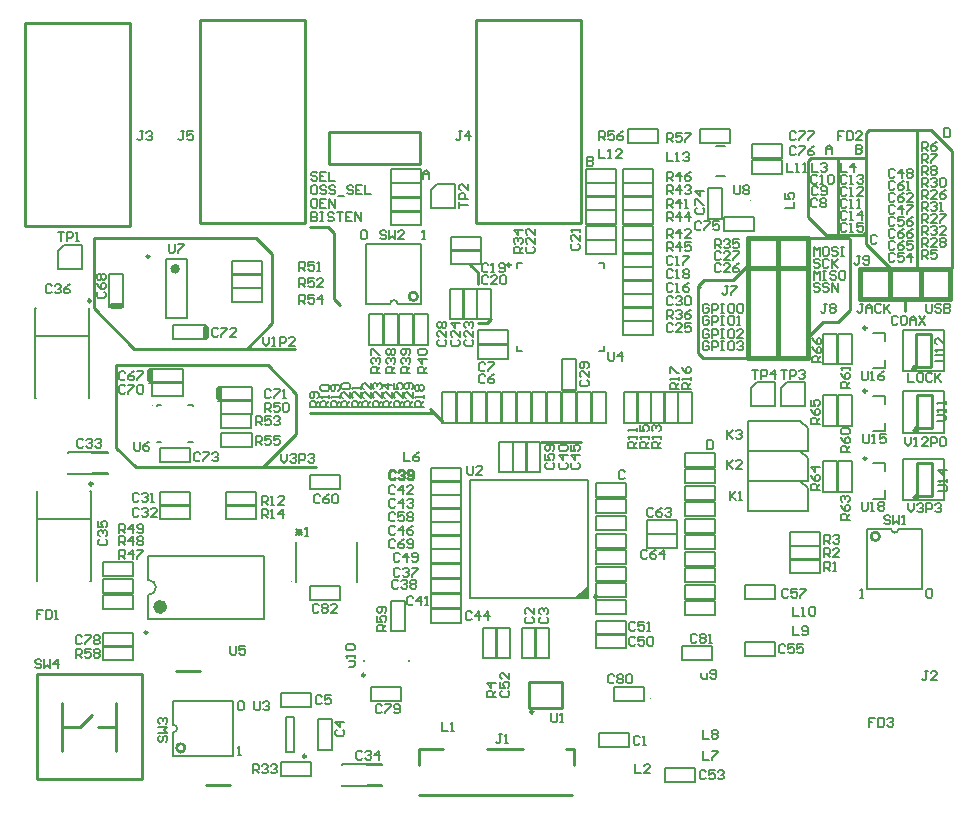
<source format=gto>
%FSLAX25Y25*%
%MOIN*%
G70*
G01*
G75*
%ADD10C,0.01100*%
%ADD11C,0.01200*%
%ADD12C,0.03937*%
%ADD13R,0.04449X0.05787*%
%ADD14C,0.00945*%
%ADD15R,0.03937X0.02756*%
%ADD16R,0.00984X0.02362*%
%ADD17R,0.02362X0.00984*%
%ADD18R,0.20079X0.20079*%
%ADD19R,0.03347X0.01102*%
%ADD20R,0.06496X0.09449*%
%ADD21O,0.08661X0.02362*%
%ADD22R,0.05512X0.04724*%
%ADD23R,0.01969X0.01969*%
%ADD24R,0.01063X0.03150*%
%ADD25R,0.05079X0.10709*%
%ADD26R,0.03000X0.03000*%
%ADD27R,0.01181X0.01929*%
%ADD28R,0.01181X0.02047*%
%ADD29R,0.05787X0.04449*%
%ADD30R,0.15354X0.24410*%
%ADD31R,0.12992X0.17323*%
%ADD32R,0.03000X0.03000*%
%ADD33R,0.05000X0.02992*%
%ADD34R,0.01969X0.01969*%
%ADD35R,0.05118X0.04921*%
%ADD36R,0.03543X0.03150*%
%ADD37R,0.03100X0.03100*%
%ADD38R,0.00787X0.02658*%
%ADD39R,0.01496X0.06100*%
%ADD40R,0.02992X0.05000*%
%ADD41R,0.01200X0.05300*%
%ADD42R,0.09100X0.07500*%
%ADD43R,0.07100X0.07500*%
%ADD44R,0.09449X0.10236*%
%ADD45R,0.07874X0.04724*%
%ADD46R,0.07874X0.03937*%
%ADD47R,0.11811X0.07874*%
%ADD48C,0.01500*%
%ADD49C,0.00500*%
%ADD50C,0.00800*%
%ADD51C,0.01000*%
%ADD52C,0.02500*%
%ADD53C,0.02000*%
%ADD54C,0.00600*%
%ADD55R,0.05906X0.05906*%
%ADD56C,0.05906*%
%ADD57C,0.07874*%
%ADD58C,0.07000*%
%ADD59C,0.09000*%
%ADD60C,0.12500*%
%ADD61C,0.06000*%
%ADD62C,0.01969*%
%ADD63C,0.03100*%
%ADD64C,0.01400*%
%ADD65C,0.04000*%
%ADD66C,0.05543*%
%ADD67C,0.09874*%
%ADD68C,0.05937*%
%ADD69C,0.07500*%
%ADD70C,0.14500*%
%ADD71C,0.04800*%
%ADD72C,0.03400*%
%ADD73C,0.02700*%
%ADD74C,0.08000*%
%ADD75C,0.02787*%
%ADD76C,0.00984*%
%ADD77C,0.00787*%
%ADD78C,0.02362*%
%ADD79C,0.00394*%
%ADD80C,0.01575*%
%ADD81C,0.01600*%
G36*
X186685Y65815D02*
X182748D01*
X186685Y69752D01*
Y65815D01*
D02*
G37*
D49*
X241450Y211800D02*
X251550D01*
X241450Y207200D02*
X251550D01*
Y211800D01*
X241450Y207200D02*
Y211800D01*
Y212700D02*
Y217300D01*
X251550Y212700D02*
Y217300D01*
X241450Y212700D02*
X251550D01*
X241450Y217300D02*
X251550D01*
X242050Y188200D02*
Y192800D01*
X231950Y188200D02*
Y192800D01*
X242050D01*
X231950Y188200D02*
X242050D01*
X226700Y202550D02*
X231300D01*
X226700Y192450D02*
X231300D01*
X226700D02*
Y202550D01*
X231300Y192450D02*
Y202550D01*
X208550Y204200D02*
Y208800D01*
X198450Y204200D02*
Y208800D01*
X208550D01*
X198450Y204200D02*
X208550D01*
Y180700D02*
Y185300D01*
X198450Y180700D02*
Y185300D01*
X208550D01*
X198450Y180700D02*
X208550D01*
Y190700D02*
Y195300D01*
X198450Y190700D02*
Y195300D01*
X208550D01*
X198450Y190700D02*
X208550D01*
X198450Y199700D02*
Y204300D01*
X208550Y199700D02*
Y204300D01*
X198450Y199700D02*
X208550D01*
X198450Y204300D02*
X208550D01*
X198450Y185200D02*
Y189800D01*
X208550Y185200D02*
Y189800D01*
X198450Y185200D02*
X208550D01*
X198450Y189800D02*
X208550D01*
X198450Y195200D02*
Y199800D01*
X208550Y195200D02*
Y199800D01*
X198450Y195200D02*
X208550D01*
X198450Y199800D02*
X208550D01*
X128700Y160550D02*
X133300D01*
X128700Y150450D02*
X133300D01*
X128700D02*
Y160550D01*
X133300Y150450D02*
Y160550D01*
X123700D02*
X128300D01*
X123700Y150450D02*
X128300D01*
X123700D02*
Y160550D01*
X128300Y150450D02*
Y160550D01*
X118700D02*
X123300D01*
X118700Y150450D02*
X123300D01*
X118700D02*
Y160550D01*
X123300Y150450D02*
Y160550D01*
X113700D02*
X118300D01*
X113700Y150450D02*
X118300D01*
X113700D02*
Y160550D01*
X118300Y150450D02*
Y160550D01*
X185950Y204200D02*
X196050D01*
X185950Y208800D02*
X196050D01*
X185950Y204200D02*
Y208800D01*
X196050Y204200D02*
Y208800D01*
X120950D02*
X131050D01*
X120950Y204200D02*
X131050D01*
Y208800D01*
X120950Y204200D02*
Y208800D01*
X198450Y162700D02*
Y167300D01*
X208550Y162700D02*
Y167300D01*
X198450Y162700D02*
X208550D01*
X198450Y167300D02*
X208550D01*
X178200Y145550D02*
X182800D01*
X178200Y135450D02*
X182800D01*
X178200D02*
Y145550D01*
X182800Y135450D02*
Y145550D01*
X140700Y158950D02*
X145300D01*
X140700Y169050D02*
X145300D01*
Y158950D02*
Y169050D01*
X140700Y158950D02*
Y169050D01*
X198450Y153700D02*
Y158300D01*
X208550Y153700D02*
Y158300D01*
X198450Y153700D02*
X208550D01*
X198450Y158300D02*
X208550D01*
X145200Y158950D02*
X149800D01*
X145200Y169050D02*
X149800D01*
Y158950D02*
Y169050D01*
X145200Y158950D02*
Y169050D01*
X149700Y158950D02*
X154300D01*
X149700Y169050D02*
X154300D01*
Y158950D02*
Y169050D01*
X149700Y158950D02*
Y169050D01*
X151050Y177200D02*
Y181800D01*
X140950Y177200D02*
Y181800D01*
X151050D01*
X140950Y177200D02*
X151050D01*
Y181700D02*
Y186300D01*
X140950Y181700D02*
Y186300D01*
X151050D01*
X140950Y181700D02*
X151050D01*
X198450Y171700D02*
Y176300D01*
X208550Y171700D02*
Y176300D01*
X198450Y171700D02*
X208550D01*
X198450Y176300D02*
X208550D01*
X198450Y176200D02*
Y180800D01*
X208550Y176200D02*
Y180800D01*
X198450Y176200D02*
X208550D01*
X198450Y180800D02*
X208550D01*
X198450Y167200D02*
Y171800D01*
X208550Y167200D02*
Y171800D01*
X198450Y167200D02*
X208550D01*
X198450Y171800D02*
X208550D01*
X196050Y180700D02*
Y185300D01*
X185950Y180700D02*
Y185300D01*
X196050D01*
X185950Y180700D02*
X196050D01*
Y185200D02*
Y189800D01*
X185950Y185200D02*
Y189800D01*
X196050D01*
X185950Y185200D02*
X196050D01*
X185950Y199700D02*
Y204300D01*
X196050Y199700D02*
Y204300D01*
X185950Y199700D02*
X196050D01*
X185950Y204300D02*
X196050D01*
X185950Y195200D02*
Y199800D01*
X196050Y195200D02*
Y199800D01*
X185950Y195200D02*
X196050D01*
X185950Y199800D02*
X196050D01*
X185950Y190700D02*
Y195300D01*
X196050Y190700D02*
Y195300D01*
X185950Y190700D02*
X196050D01*
X185950Y195300D02*
X196050D01*
X131050Y199700D02*
Y204300D01*
X120950Y199700D02*
Y204300D01*
X131050D01*
X120950Y199700D02*
X131050D01*
Y194700D02*
Y199300D01*
X120950Y194700D02*
Y199300D01*
X131050D01*
X120950Y194700D02*
X131050D01*
Y190200D02*
Y194800D01*
X120950Y190200D02*
Y194800D01*
X131050D01*
X120950Y190200D02*
X131050D01*
X160050Y150700D02*
Y155300D01*
X149950Y150700D02*
Y155300D01*
X160050D01*
X149950Y150700D02*
X160050D01*
Y145700D02*
Y150300D01*
X149950Y145700D02*
Y150300D01*
X160050D01*
X149950Y145700D02*
X160050D01*
X93950Y65200D02*
X104050D01*
X93950Y69800D02*
X104050D01*
X93950Y65200D02*
Y69800D01*
X104050Y65200D02*
Y69800D01*
X134450Y104700D02*
Y109300D01*
X144550Y104700D02*
Y109300D01*
X134450Y104700D02*
X144550D01*
X134450Y109300D02*
X144550D01*
X265200Y143950D02*
X269800D01*
X265200Y154050D02*
X269800D01*
Y143950D02*
Y154050D01*
X265200Y143950D02*
Y154050D01*
X270200Y154050D02*
X274800D01*
X270200Y143950D02*
X274800D01*
X270200D02*
Y154050D01*
X274800Y143950D02*
Y154050D01*
X270200Y133550D02*
X274800D01*
X270200Y123450D02*
X274800D01*
X270200D02*
Y133550D01*
X274800Y123450D02*
Y133550D01*
X121200Y54950D02*
X125800D01*
X121200Y65050D02*
X125800D01*
Y54950D02*
Y65050D01*
X121200Y54950D02*
Y65050D01*
X24950Y45200D02*
Y49800D01*
X35050Y45200D02*
Y49800D01*
X24950Y45200D02*
X35050D01*
X24950Y49800D02*
X35050D01*
X78050Y164700D02*
Y169300D01*
X67950Y164700D02*
Y169300D01*
X78050D01*
X67950Y164700D02*
X78050D01*
X67950Y169200D02*
Y173800D01*
X78050Y169200D02*
Y173800D01*
X67950Y169200D02*
X78050D01*
X67950Y173800D02*
X78050D01*
X67950Y173700D02*
Y178300D01*
X78050Y173700D02*
Y178300D01*
X67950Y173700D02*
X78050D01*
X67950Y178300D02*
X78050D01*
X64481Y116232D02*
Y120832D01*
X74581Y116232D02*
Y120832D01*
X64481Y116232D02*
X74581D01*
X64481Y120832D02*
X74581D01*
X74550Y122700D02*
Y127300D01*
X64450Y122700D02*
Y127300D01*
X74550D01*
X64450Y122700D02*
X74550D01*
X74581Y127232D02*
Y131832D01*
X64481Y127232D02*
Y131832D01*
X74581D01*
X64481Y127232D02*
X74581D01*
X35050Y73200D02*
Y77800D01*
X24950Y73200D02*
Y77800D01*
X35050D01*
X24950Y73200D02*
X35050D01*
Y67700D02*
Y72300D01*
X24950Y67700D02*
Y72300D01*
X35050D01*
X24950Y67700D02*
X35050D01*
Y62200D02*
Y66800D01*
X24950Y62200D02*
Y66800D01*
X35050D01*
X24950Y62200D02*
X35050D01*
X84450Y6700D02*
Y11300D01*
X94550Y6700D02*
Y11300D01*
X84450Y6700D02*
X94550D01*
X84450Y11300D02*
X94550D01*
X229050Y71200D02*
Y75800D01*
X218950Y71200D02*
Y75800D01*
X229050D01*
X218950Y71200D02*
X229050D01*
Y82200D02*
Y86800D01*
X218950Y82200D02*
Y86800D01*
X229050D01*
X218950Y82200D02*
X229050D01*
Y93200D02*
Y97800D01*
X218950Y93200D02*
Y97800D01*
X229050D01*
X218950Y93200D02*
X229050D01*
X183200Y124450D02*
X187800D01*
X183200Y134550D02*
X187800D01*
Y124450D02*
Y134550D01*
X183200Y124450D02*
Y134550D01*
X218950Y65700D02*
Y70300D01*
X229050Y65700D02*
Y70300D01*
X218950Y65700D02*
X229050D01*
X218950Y70300D02*
X229050D01*
X218950Y76700D02*
Y81300D01*
X229050Y76700D02*
Y81300D01*
X218950Y76700D02*
X229050D01*
X218950Y81300D02*
X229050D01*
X218950Y87700D02*
Y92300D01*
X229050Y87700D02*
Y92300D01*
X218950Y87700D02*
X229050D01*
X218950Y92300D02*
X229050D01*
X178200Y124450D02*
X182800D01*
X178200Y134550D02*
X182800D01*
Y124450D02*
Y134550D01*
X178200Y124450D02*
Y134550D01*
X173200Y124450D02*
X177800D01*
X173200Y134550D02*
X177800D01*
Y124450D02*
Y134550D01*
X173200Y124450D02*
Y134550D01*
X168200Y124450D02*
X172800D01*
X168200Y134550D02*
X172800D01*
Y124450D02*
Y134550D01*
X168200Y124450D02*
Y134550D01*
X163200Y124450D02*
X167800D01*
X163200Y134550D02*
X167800D01*
Y124450D02*
Y134550D01*
X163200Y124450D02*
Y134550D01*
X158200Y124450D02*
X162800D01*
X158200Y134550D02*
X162800D01*
Y124450D02*
Y134550D01*
X158200Y124450D02*
Y134550D01*
X153200Y124450D02*
X157800D01*
X153200Y134550D02*
X157800D01*
Y124450D02*
Y134550D01*
X153200Y124450D02*
Y134550D01*
X148200Y124450D02*
X152800D01*
X148200Y134550D02*
X152800D01*
Y124450D02*
Y134550D01*
X148200Y124450D02*
Y134550D01*
X188200Y124450D02*
X192800D01*
X188200Y134550D02*
X192800D01*
Y124450D02*
Y134550D01*
X188200Y124450D02*
Y134550D01*
X212200Y124450D02*
X216800D01*
X212200Y134550D02*
X216800D01*
Y124450D02*
Y134550D01*
X212200Y124450D02*
Y134550D01*
X216700Y124450D02*
X221300D01*
X216700Y134550D02*
X221300D01*
Y124450D02*
Y134550D01*
X216700Y124450D02*
Y134550D01*
X198700Y124450D02*
X203300D01*
X198700Y134550D02*
X203300D01*
Y124450D02*
Y134550D01*
X198700Y124450D02*
Y134550D01*
X203200Y124450D02*
X207800D01*
X203200Y134550D02*
X207800D01*
Y124450D02*
Y134550D01*
X203200Y124450D02*
Y134550D01*
X76050Y92200D02*
Y96800D01*
X65950Y92200D02*
Y96800D01*
X76050D01*
X65950Y92200D02*
X76050D01*
X207700Y124450D02*
X212300D01*
X207700Y134550D02*
X212300D01*
Y124450D02*
Y134550D01*
X207700Y124450D02*
Y134550D01*
X76050Y96700D02*
Y101300D01*
X65950Y96700D02*
Y101300D01*
X76050D01*
X65950Y96700D02*
X76050D01*
X218950Y98700D02*
Y103300D01*
X229050Y98700D02*
Y103300D01*
X218950Y98700D02*
X229050D01*
X218950Y103300D02*
X229050D01*
X218950Y104200D02*
Y108800D01*
X229050Y104200D02*
Y108800D01*
X218950Y104200D02*
X229050D01*
X218950Y108800D02*
X229050D01*
X218950Y109700D02*
Y114300D01*
X229050Y109700D02*
Y114300D01*
X218950Y109700D02*
X229050D01*
X218950Y114300D02*
X229050D01*
Y60200D02*
Y64800D01*
X218950Y60200D02*
Y64800D01*
X229050D01*
X218950Y60200D02*
X229050D01*
X151700Y45950D02*
X156300D01*
X151700Y56050D02*
X156300D01*
Y45950D02*
Y56050D01*
X151700Y45950D02*
Y56050D01*
X253950Y83200D02*
Y87800D01*
X264050Y83200D02*
Y87800D01*
X253950Y83200D02*
X264050D01*
X253950Y87800D02*
X264050D01*
X253950Y78700D02*
Y83300D01*
X264050Y78700D02*
Y83300D01*
X253950Y78700D02*
X264050D01*
X253950Y83300D02*
X264050D01*
X253950Y74200D02*
Y78800D01*
X264050Y74200D02*
Y78800D01*
X253950Y74200D02*
X264050D01*
X253950Y78800D02*
X264050D01*
X228050Y45200D02*
Y49800D01*
X217950Y45200D02*
Y49800D01*
X228050D01*
X217950Y45200D02*
X228050D01*
X195450Y31700D02*
Y36300D01*
X205550Y31700D02*
Y36300D01*
X195450Y31700D02*
X205550D01*
X195450Y36300D02*
X205550D01*
X124550Y31700D02*
Y36300D01*
X114450Y31700D02*
Y36300D01*
X124550D01*
X114450Y31700D02*
X124550D01*
X35050Y49700D02*
Y54300D01*
X24950Y49700D02*
Y54300D01*
X35050D01*
X24950Y49700D02*
X35050D01*
X48400Y152200D02*
Y156800D01*
X59500D01*
X48400Y152200D02*
X59500D01*
X27200Y174100D02*
X31800D01*
Y163000D02*
Y174100D01*
X27200Y163000D02*
Y174100D01*
X43982Y111232D02*
Y115831D01*
X54081Y111232D02*
Y115831D01*
X43982Y111232D02*
X54081D01*
X43982Y115831D02*
X54081D01*
X74600Y131700D02*
Y136300D01*
X63500Y131700D02*
X74600D01*
X63500Y136300D02*
X74600D01*
X51581Y133231D02*
Y137831D01*
X41482Y133231D02*
Y137831D01*
X51581D01*
X41482Y133231D02*
X51581D01*
X51600Y137700D02*
Y142300D01*
X40500Y137700D02*
X51600D01*
X40500Y142300D02*
X51600D01*
X199550Y71700D02*
Y76300D01*
X189450Y71700D02*
Y76300D01*
X199550D01*
X189450Y71700D02*
X199550D01*
Y66200D02*
Y70800D01*
X189450Y66200D02*
Y70800D01*
X199550D01*
X189450Y66200D02*
X199550D01*
X216550Y82700D02*
Y87300D01*
X206450Y82700D02*
Y87300D01*
X216550D01*
X206450Y82700D02*
X216550D01*
X216550Y87200D02*
Y91800D01*
X206450Y87200D02*
Y91800D01*
X216550D01*
X206450Y87200D02*
X216550D01*
X199550Y88700D02*
Y93300D01*
X189450Y88700D02*
Y93300D01*
X199550D01*
X189450Y88700D02*
X199550D01*
Y94200D02*
Y98800D01*
X189450Y94200D02*
Y98800D01*
X199550D01*
X189450Y94200D02*
X199550D01*
X104050Y102200D02*
Y106800D01*
X93950Y102200D02*
Y106800D01*
X104050D01*
X93950Y102200D02*
X104050D01*
X157200Y118050D02*
X161800D01*
X157200Y107950D02*
X161800D01*
X157200D02*
Y118050D01*
X161800Y107950D02*
Y118050D01*
X134450Y91200D02*
Y95800D01*
X144550Y91200D02*
Y95800D01*
X134450Y91200D02*
X144550D01*
X134450Y95800D02*
X144550D01*
X249050Y65700D02*
Y70300D01*
X238950Y65700D02*
Y70300D01*
X249050D01*
X238950Y65700D02*
X249050D01*
X199550Y77200D02*
Y81800D01*
X189450Y77200D02*
Y81800D01*
X199550D01*
X189450Y77200D02*
X199550D01*
X249050Y46700D02*
Y51300D01*
X238950Y46700D02*
Y51300D01*
X249050D01*
X238950Y46700D02*
X249050D01*
X199550Y60700D02*
Y65300D01*
X189450Y60700D02*
Y65300D01*
X199550D01*
X189450Y60700D02*
X199550D01*
X222550Y4700D02*
Y9300D01*
X212450Y4700D02*
Y9300D01*
X222550D01*
X212450Y4700D02*
X222550D01*
X156200Y45950D02*
X160800D01*
X156200Y56050D02*
X160800D01*
Y45950D02*
Y56050D01*
X156200Y45950D02*
Y56050D01*
X199550Y53700D02*
Y58300D01*
X189450Y53700D02*
Y58300D01*
X199550D01*
X189450Y53700D02*
X199550D01*
X199550Y49200D02*
Y53800D01*
X189450Y49200D02*
Y53800D01*
X199550D01*
X189450Y49200D02*
X199550D01*
X134450Y77700D02*
Y82300D01*
X144550Y77700D02*
Y82300D01*
X134450Y77700D02*
X144550D01*
X134450Y82300D02*
X144550D01*
X199550Y99700D02*
Y104300D01*
X189450Y99700D02*
Y104300D01*
X199550D01*
X189450Y99700D02*
X199550D01*
Y82700D02*
Y87300D01*
X189450Y82700D02*
Y87300D01*
X199550D01*
X189450Y82700D02*
X199550D01*
X134450Y86700D02*
Y91300D01*
X144550Y86700D02*
Y91300D01*
X134450Y86700D02*
X144550D01*
X134450Y91300D02*
X144550D01*
X166200Y118050D02*
X170800D01*
X166200Y107950D02*
X170800D01*
X166200D02*
Y118050D01*
X170800Y107950D02*
Y118050D01*
X134450Y57700D02*
Y62300D01*
X144550Y57700D02*
Y62300D01*
X134450Y57700D02*
X144550D01*
X134450Y62300D02*
X144550D01*
X134450Y95700D02*
Y100300D01*
X144550Y95700D02*
Y100300D01*
X134450Y95700D02*
X144550D01*
X134450Y100300D02*
X144550D01*
X134450Y100200D02*
Y104800D01*
X144550Y100200D02*
Y104800D01*
X134450Y100200D02*
X144550D01*
X134450Y104800D02*
X144550D01*
X134450Y62700D02*
Y67300D01*
X144550Y62700D02*
Y67300D01*
X134450Y62700D02*
X144550D01*
X134450Y67300D02*
X144550D01*
X161700Y118050D02*
X166300D01*
X161700Y107950D02*
X166300D01*
X161700D02*
Y118050D01*
X166300Y107950D02*
Y118050D01*
X134450Y67700D02*
Y72300D01*
X144550Y67700D02*
Y72300D01*
X134450Y67700D02*
X144550D01*
X134450Y72300D02*
X144550D01*
X134450Y72700D02*
Y77300D01*
X144550Y72700D02*
Y77300D01*
X134450Y72700D02*
X144550D01*
X134450Y77300D02*
X144550D01*
X43950Y92200D02*
Y96800D01*
X54050Y92200D02*
Y96800D01*
X43950Y92200D02*
X54050D01*
X43950Y96800D02*
X54050D01*
X43950Y96700D02*
Y101300D01*
X54050Y96700D02*
Y101300D01*
X43950Y96700D02*
X54050D01*
X43950Y101300D02*
X54050D01*
X94550Y29700D02*
Y34300D01*
X84450Y29700D02*
Y34300D01*
X94550D01*
X84450Y29700D02*
X94550D01*
X96700Y25550D02*
X101300D01*
X96700Y15450D02*
X101300D01*
X96700D02*
Y25550D01*
X101300Y15450D02*
Y25550D01*
X169200Y45950D02*
X173800D01*
X169200Y56050D02*
X173800D01*
Y45950D02*
Y56050D01*
X169200Y45950D02*
Y56050D01*
X164700Y45950D02*
X169300D01*
X164700Y56050D02*
X169300D01*
Y45950D02*
Y56050D01*
X164700Y45950D02*
Y56050D01*
X200550Y16200D02*
Y20800D01*
X190450Y16200D02*
Y20800D01*
X200550D01*
X190450Y16200D02*
X200550D01*
X134450Y86800D02*
X144550D01*
X134450Y82200D02*
X144550D01*
Y86800D01*
X134450Y82200D02*
Y86800D01*
X274800Y101450D02*
Y111550D01*
X270200Y101450D02*
Y111550D01*
Y101450D02*
X274800D01*
X270200Y111550D02*
X274800D01*
X265200Y101450D02*
Y111550D01*
X269800Y101450D02*
Y111550D01*
X265200D02*
X269800D01*
X265200Y101450D02*
X269800D01*
X265200Y123450D02*
X269800D01*
X265200Y133550D02*
X269800D01*
Y123450D02*
Y133550D01*
X265200Y123450D02*
Y133550D01*
X143200Y124450D02*
Y134550D01*
X147800Y124450D02*
Y134550D01*
X143200D02*
X147800D01*
X143200Y124450D02*
X147800D01*
X138200D02*
Y134550D01*
X142800Y124450D02*
Y134550D01*
X138200D02*
X142800D01*
X138200Y124450D02*
X142800D01*
X198450Y162800D02*
X208550D01*
X198450Y158200D02*
X208550D01*
Y162800D01*
X198450Y158200D02*
Y162800D01*
X291610Y155390D02*
X305390D01*
X291610Y141610D02*
Y155390D01*
X305390Y141610D02*
Y155390D01*
X291610Y141610D02*
X305390D01*
X291610Y112390D02*
X305390D01*
X291610Y98610D02*
Y112390D01*
X305390Y98610D02*
Y112390D01*
X291610Y98610D02*
X305390D01*
X199950Y222300D02*
X210050D01*
X199950Y217700D02*
X210050D01*
Y222300D01*
X199950Y217700D02*
Y222300D01*
X223950D02*
X234050D01*
X223950Y217700D02*
X234050D01*
Y222300D01*
X223950Y217700D02*
Y222300D01*
X291610Y134890D02*
X305390D01*
X291610Y121110D02*
Y134890D01*
X305390Y121110D02*
Y134890D01*
X291610Y121110D02*
X305390D01*
D50*
X134300Y201900D02*
X136300Y203900D01*
X142300D01*
Y195900D02*
Y203900D01*
X134300Y195900D02*
X142300D01*
X134300D02*
Y201900D01*
X10000Y181500D02*
X12000Y183500D01*
X18000D01*
Y175500D02*
Y183500D01*
X10000Y175500D02*
X18000D01*
X10000D02*
Y181500D01*
X257500Y125000D02*
X260000Y122500D01*
Y115000D02*
Y122500D01*
X240000Y115000D02*
X260000D01*
X240000D02*
Y125000D01*
X257500D01*
Y115000D02*
X260000Y112500D01*
Y105000D02*
Y112500D01*
X240000Y105000D02*
X260000D01*
X240000D02*
Y115000D01*
X257500D01*
Y105000D02*
X260000Y102500D01*
Y95000D02*
Y102500D01*
X240000Y95000D02*
X260000D01*
X240000D02*
Y105000D01*
X257500D01*
X241000Y130000D02*
Y136000D01*
Y130000D02*
X249000D01*
Y138000D01*
X243000D02*
X249000D01*
X241000Y136000D02*
X243000Y138000D01*
X251000Y130000D02*
Y136000D01*
Y130000D02*
X259000D01*
Y138000D01*
X253000D02*
X259000D01*
X251000Y136000D02*
X253000Y138000D01*
X282499Y25999D02*
X280500D01*
Y24499D01*
X281500D01*
X280500D01*
Y23000D01*
X283499Y25999D02*
Y23000D01*
X284998D01*
X285498Y23500D01*
Y25499D01*
X284998Y25999D01*
X283499D01*
X286498Y25499D02*
X286998Y25999D01*
X287998D01*
X288497Y25499D01*
Y24999D01*
X287998Y24499D01*
X287498D01*
X287998D01*
X288497Y24000D01*
Y23500D01*
X287998Y23000D01*
X286998D01*
X286498Y23500D01*
X271999Y221499D02*
X270000D01*
Y220000D01*
X271000D01*
X270000D01*
Y218500D01*
X272999Y221499D02*
Y218500D01*
X274499D01*
X274998Y219000D01*
Y220999D01*
X274499Y221499D01*
X272999D01*
X277997Y218500D02*
X275998D01*
X277997Y220499D01*
Y220999D01*
X277498Y221499D01*
X276498D01*
X275998Y220999D01*
X4999Y61999D02*
X3000D01*
Y60500D01*
X4000D01*
X3000D01*
Y59000D01*
X5999Y61999D02*
Y59000D01*
X7499D01*
X7998Y59500D01*
Y61499D01*
X7499Y61999D01*
X5999D01*
X8998Y59000D02*
X9998D01*
X9498D01*
Y61999D01*
X8998Y61499D01*
X229000Y182500D02*
Y185499D01*
X230500D01*
X230999Y184999D01*
Y184000D01*
X230500Y183500D01*
X229000D01*
X230000D02*
X230999Y182500D01*
X231999Y184999D02*
X232499Y185499D01*
X233499D01*
X233998Y184999D01*
Y184499D01*
X233499Y184000D01*
X232999D01*
X233499D01*
X233998Y183500D01*
Y183000D01*
X233499Y182500D01*
X232499D01*
X231999Y183000D01*
X236997Y185499D02*
X234998D01*
Y184000D01*
X235998Y184499D01*
X236498D01*
X236997Y184000D01*
Y183000D01*
X236498Y182500D01*
X235498D01*
X234998Y183000D01*
X230999Y180999D02*
X230500Y181499D01*
X229500D01*
X229000Y180999D01*
Y179000D01*
X229500Y178500D01*
X230500D01*
X230999Y179000D01*
X233998Y178500D02*
X231999D01*
X233998Y180499D01*
Y180999D01*
X233499Y181499D01*
X232499D01*
X231999Y180999D01*
X234998Y181499D02*
X236997D01*
Y180999D01*
X234998Y179000D01*
Y178500D01*
X230999Y176999D02*
X230500Y177499D01*
X229500D01*
X229000Y176999D01*
Y175000D01*
X229500Y174500D01*
X230500D01*
X230999Y175000D01*
X233998Y174500D02*
X231999D01*
X233998Y176499D01*
Y176999D01*
X233499Y177499D01*
X232499D01*
X231999Y176999D01*
X236997Y177499D02*
X235998Y176999D01*
X234998Y175999D01*
Y175000D01*
X235498Y174500D01*
X236498D01*
X236997Y175000D01*
Y175500D01*
X236498Y175999D01*
X234998D01*
X107001Y43000D02*
X108500D01*
X109000Y43500D01*
Y44999D01*
X107001D01*
X109000Y45999D02*
Y46999D01*
Y46499D01*
X106001D01*
X106501Y45999D01*
Y48498D02*
X106001Y48998D01*
Y49998D01*
X106501Y50498D01*
X108500D01*
X109000Y49998D01*
Y48998D01*
X108500Y48498D01*
X106501D01*
X213000Y218000D02*
Y220999D01*
X214499D01*
X214999Y220499D01*
Y219499D01*
X214499Y219000D01*
X213000D01*
X214000D02*
X214999Y218000D01*
X217998Y220999D02*
X215999D01*
Y219499D01*
X216999Y219999D01*
X217498D01*
X217998Y219499D01*
Y218500D01*
X217498Y218000D01*
X216499D01*
X215999Y218500D01*
X218998Y220999D02*
X220997D01*
Y220499D01*
X218998Y218500D01*
Y218000D01*
X190500Y218500D02*
Y221499D01*
X191999D01*
X192499Y220999D01*
Y220000D01*
X191999Y219500D01*
X190500D01*
X191500D02*
X192499Y218500D01*
X195498Y221499D02*
X193499D01*
Y220000D01*
X194499Y220499D01*
X194999D01*
X195498Y220000D01*
Y219000D01*
X194999Y218500D01*
X193999D01*
X193499Y219000D01*
X198497Y221499D02*
X197498Y220999D01*
X196498Y220000D01*
Y219000D01*
X196998Y218500D01*
X197998D01*
X198497Y219000D01*
Y219500D01*
X197998Y220000D01*
X196498D01*
X213000Y214499D02*
Y211500D01*
X214999D01*
X215999D02*
X216999D01*
X216499D01*
Y214499D01*
X215999Y213999D01*
X218498D02*
X218998Y214499D01*
X219998D01*
X220498Y213999D01*
Y213499D01*
X219998Y213000D01*
X219498D01*
X219998D01*
X220498Y212500D01*
Y212000D01*
X219998Y211500D01*
X218998D01*
X218498Y212000D01*
X190500Y215499D02*
Y212500D01*
X192499D01*
X193499D02*
X194499D01*
X193999D01*
Y215499D01*
X193499Y214999D01*
X197998Y212500D02*
X195998D01*
X197998Y214499D01*
Y214999D01*
X197498Y215499D01*
X196498D01*
X195998Y214999D01*
X253000Y210999D02*
Y208000D01*
X254999D01*
X255999D02*
X256999D01*
X256499D01*
Y210999D01*
X255999Y210499D01*
X258498Y208000D02*
X259498D01*
X258998D01*
Y210999D01*
X258498Y210499D01*
X255999Y220999D02*
X255500Y221499D01*
X254500D01*
X254000Y220999D01*
Y219000D01*
X254500Y218500D01*
X255500D01*
X255999Y219000D01*
X256999Y221499D02*
X258998D01*
Y220999D01*
X256999Y219000D01*
Y218500D01*
X259998Y221499D02*
X261997D01*
Y220999D01*
X259998Y219000D01*
Y218500D01*
X255999Y215999D02*
X255500Y216499D01*
X254500D01*
X254000Y215999D01*
Y214000D01*
X254500Y213500D01*
X255500D01*
X255999Y214000D01*
X256999Y216499D02*
X258998D01*
Y215999D01*
X256999Y214000D01*
Y213500D01*
X261997Y216499D02*
X260998Y215999D01*
X259998Y215000D01*
Y214000D01*
X260498Y213500D01*
X261498D01*
X261997Y214000D01*
Y214500D01*
X261498Y215000D01*
X259998D01*
X235500Y203499D02*
Y201000D01*
X236000Y200500D01*
X237000D01*
X237499Y201000D01*
Y203499D01*
X238499Y202999D02*
X238999Y203499D01*
X239999D01*
X240498Y202999D01*
Y202499D01*
X239999Y201999D01*
X240498Y201500D01*
Y201000D01*
X239999Y200500D01*
X238999D01*
X238499Y201000D01*
Y201500D01*
X238999Y201999D01*
X238499Y202499D01*
Y202999D01*
X238999Y201999D02*
X239999D01*
X252501Y196000D02*
X255500D01*
Y197999D01*
X252501Y200998D02*
Y198999D01*
X254000D01*
X253501Y199999D01*
Y200499D01*
X254000Y200998D01*
X255000D01*
X255500Y200499D01*
Y199499D01*
X255000Y198999D01*
X299999Y41499D02*
X299000D01*
X299500D01*
Y39000D01*
X299000Y38500D01*
X298500D01*
X298000Y39000D01*
X302998Y38500D02*
X300999D01*
X302998Y40499D01*
Y40999D01*
X302499Y41499D01*
X301499D01*
X300999Y40999D01*
X224499Y190999D02*
X224000Y191499D01*
X223000D01*
X222500Y190999D01*
Y189000D01*
X223000Y188500D01*
X224000D01*
X224499Y189000D01*
X225499Y191499D02*
X227498D01*
Y190999D01*
X225499Y189000D01*
Y188500D01*
X230497Y191499D02*
X228498D01*
Y189999D01*
X229498Y190499D01*
X229998D01*
X230497Y189999D01*
Y189000D01*
X229998Y188500D01*
X228998D01*
X228498Y189000D01*
X223001Y195999D02*
X222501Y195500D01*
Y194500D01*
X223001Y194000D01*
X225000D01*
X225500Y194500D01*
Y195500D01*
X225000Y195999D01*
X222501Y196999D02*
Y198998D01*
X223001D01*
X225000Y196999D01*
X225500D01*
Y201498D02*
X222501D01*
X224001Y199998D01*
Y201997D01*
X193500Y147999D02*
Y145500D01*
X194000Y145000D01*
X195000D01*
X195499Y145500D01*
Y147999D01*
X197999Y145000D02*
Y147999D01*
X196499Y146500D01*
X198498D01*
X143801Y195900D02*
Y197899D01*
Y196900D01*
X146800D01*
Y198899D02*
X143801D01*
Y200399D01*
X144301Y200898D01*
X145300D01*
X145800Y200399D01*
Y198899D01*
X146800Y203897D02*
Y201898D01*
X144801Y203897D01*
X144301D01*
X143801Y203398D01*
Y202398D01*
X144301Y201898D01*
X10000Y187999D02*
X11999D01*
X11000D01*
Y185000D01*
X12999D02*
Y187999D01*
X14499D01*
X14998Y187499D01*
Y186500D01*
X14499Y186000D01*
X12999D01*
X15998Y185000D02*
X16998D01*
X16498D01*
Y187999D01*
X15998Y187499D01*
X119499Y187999D02*
X119000Y188499D01*
X118000D01*
X117500Y187999D01*
Y187499D01*
X118000Y186999D01*
X119000D01*
X119499Y186500D01*
Y186000D01*
X119000Y185500D01*
X118000D01*
X117500Y186000D01*
X120499Y188499D02*
Y185500D01*
X121499Y186500D01*
X122498Y185500D01*
Y188499D01*
X125497Y185500D02*
X123498D01*
X125497Y187499D01*
Y187999D01*
X124998Y188499D01*
X123998D01*
X123498Y187999D01*
X213000Y205000D02*
Y207999D01*
X214499D01*
X214999Y207499D01*
Y206500D01*
X214499Y206000D01*
X213000D01*
X214000D02*
X214999Y205000D01*
X217498D02*
Y207999D01*
X215999Y206500D01*
X217998D01*
X220997Y207999D02*
X219998Y207499D01*
X218998Y206500D01*
Y205500D01*
X219498Y205000D01*
X220498D01*
X220997Y205500D01*
Y206000D01*
X220498Y206500D01*
X218998D01*
X213000Y181500D02*
Y184499D01*
X214499D01*
X214999Y183999D01*
Y183000D01*
X214499Y182500D01*
X213000D01*
X214000D02*
X214999Y181500D01*
X217498D02*
Y184499D01*
X215999Y183000D01*
X217998D01*
X220997Y184499D02*
X218998D01*
Y183000D01*
X219998Y183499D01*
X220498D01*
X220997Y183000D01*
Y182000D01*
X220498Y181500D01*
X219498D01*
X218998Y182000D01*
X213000Y191500D02*
Y194499D01*
X214499D01*
X214999Y193999D01*
Y192999D01*
X214499Y192500D01*
X213000D01*
X214000D02*
X214999Y191500D01*
X217498D02*
Y194499D01*
X215999Y192999D01*
X217998D01*
X220498Y191500D02*
Y194499D01*
X218998Y192999D01*
X220997D01*
X213000Y200500D02*
Y203499D01*
X214499D01*
X214999Y202999D01*
Y201999D01*
X214499Y201500D01*
X213000D01*
X214000D02*
X214999Y200500D01*
X217498D02*
Y203499D01*
X215999Y201999D01*
X217998D01*
X218998Y202999D02*
X219498Y203499D01*
X220498D01*
X220997Y202999D01*
Y202499D01*
X220498Y201999D01*
X219998D01*
X220498D01*
X220997Y201500D01*
Y201000D01*
X220498Y200500D01*
X219498D01*
X218998Y201000D01*
X213000Y186000D02*
Y188999D01*
X214499D01*
X214999Y188499D01*
Y187499D01*
X214499Y187000D01*
X213000D01*
X214000D02*
X214999Y186000D01*
X217498D02*
Y188999D01*
X215999Y187499D01*
X217998D01*
X220997Y186000D02*
X218998D01*
X220997Y187999D01*
Y188499D01*
X220498Y188999D01*
X219498D01*
X218998Y188499D01*
X213000Y196000D02*
Y198999D01*
X214499D01*
X214999Y198499D01*
Y197500D01*
X214499Y197000D01*
X213000D01*
X214000D02*
X214999Y196000D01*
X217498D02*
Y198999D01*
X215999Y197500D01*
X217998D01*
X218998Y196000D02*
X219998D01*
X219498D01*
Y198999D01*
X218998Y198499D01*
X133000Y141000D02*
X130001D01*
Y142499D01*
X130501Y142999D01*
X131500D01*
X132000Y142499D01*
Y141000D01*
Y142000D02*
X133000Y142999D01*
Y145499D02*
X130001D01*
X131500Y143999D01*
Y145998D01*
X130501Y146998D02*
X130001Y147498D01*
Y148498D01*
X130501Y148997D01*
X132500D01*
X133000Y148498D01*
Y147498D01*
X132500Y146998D01*
X130501D01*
X127500Y141000D02*
X124501D01*
Y142499D01*
X125001Y142999D01*
X126000D01*
X126500Y142499D01*
Y141000D01*
Y142000D02*
X127500Y142999D01*
X125001Y143999D02*
X124501Y144499D01*
Y145499D01*
X125001Y145998D01*
X125501D01*
X126000Y145499D01*
Y144999D01*
Y145499D01*
X126500Y145998D01*
X127000D01*
X127500Y145499D01*
Y144499D01*
X127000Y143999D01*
Y146998D02*
X127500Y147498D01*
Y148498D01*
X127000Y148997D01*
X125001D01*
X124501Y148498D01*
Y147498D01*
X125001Y146998D01*
X125501D01*
X126000Y147498D01*
Y148997D01*
X122500Y141000D02*
X119501D01*
Y142499D01*
X120001Y142999D01*
X121001D01*
X121500Y142499D01*
Y141000D01*
Y142000D02*
X122500Y142999D01*
X120001Y143999D02*
X119501Y144499D01*
Y145499D01*
X120001Y145998D01*
X120501D01*
X121001Y145499D01*
Y144999D01*
Y145499D01*
X121500Y145998D01*
X122000D01*
X122500Y145499D01*
Y144499D01*
X122000Y143999D01*
X120001Y146998D02*
X119501Y147498D01*
Y148498D01*
X120001Y148997D01*
X120501D01*
X121001Y148498D01*
X121500Y148997D01*
X122000D01*
X122500Y148498D01*
Y147498D01*
X122000Y146998D01*
X121500D01*
X121001Y147498D01*
X120501Y146998D01*
X120001D01*
X121001Y147498D02*
Y148498D01*
X117500Y141000D02*
X114501D01*
Y142499D01*
X115001Y142999D01*
X116000D01*
X116500Y142499D01*
Y141000D01*
Y142000D02*
X117500Y142999D01*
X115001Y143999D02*
X114501Y144499D01*
Y145499D01*
X115001Y145998D01*
X115501D01*
X116000Y145499D01*
Y144999D01*
Y145499D01*
X116500Y145998D01*
X117000D01*
X117500Y145499D01*
Y144499D01*
X117000Y143999D01*
X114501Y146998D02*
Y148997D01*
X115001D01*
X117000Y146998D01*
X117500D01*
X165000Y181000D02*
X162001D01*
Y182500D01*
X162501Y182999D01*
X163500D01*
X164000Y182500D01*
Y181000D01*
Y182000D02*
X165000Y182999D01*
X162501Y183999D02*
X162001Y184499D01*
Y185499D01*
X162501Y185998D01*
X163001D01*
X163500Y185499D01*
Y184999D01*
Y185499D01*
X164000Y185998D01*
X164500D01*
X165000Y185499D01*
Y184499D01*
X164500Y183999D01*
X165000Y188498D02*
X162001D01*
X163500Y186998D01*
Y188997D01*
X271000Y210999D02*
Y208000D01*
X272999D01*
X275499D02*
Y210999D01*
X273999Y209500D01*
X275998D01*
X261400Y211099D02*
Y208100D01*
X263399D01*
X264399Y210599D02*
X264899Y211099D01*
X265898D01*
X266398Y210599D01*
Y210099D01*
X265898Y209599D01*
X265399D01*
X265898D01*
X266398Y209100D01*
Y208600D01*
X265898Y208100D01*
X264899D01*
X264399Y208600D01*
X214999Y165999D02*
X214499Y166499D01*
X213500D01*
X213000Y165999D01*
Y164000D01*
X213500Y163500D01*
X214499D01*
X214999Y164000D01*
X215999Y165999D02*
X216499Y166499D01*
X217498D01*
X217998Y165999D01*
Y165499D01*
X217498Y164999D01*
X216999D01*
X217498D01*
X217998Y164500D01*
Y164000D01*
X217498Y163500D01*
X216499D01*
X215999Y164000D01*
X218998Y165999D02*
X219498Y166499D01*
X220498D01*
X220997Y165999D01*
Y164000D01*
X220498Y163500D01*
X219498D01*
X218998Y164000D01*
Y165999D01*
X184501Y138499D02*
X184001Y137999D01*
Y137000D01*
X184501Y136500D01*
X186500D01*
X187000Y137000D01*
Y137999D01*
X186500Y138499D01*
X187000Y141498D02*
Y139499D01*
X185001Y141498D01*
X184501D01*
X184001Y140999D01*
Y139999D01*
X184501Y139499D01*
X186500Y142498D02*
X187000Y142998D01*
Y143998D01*
X186500Y144497D01*
X184501D01*
X184001Y143998D01*
Y142998D01*
X184501Y142498D01*
X185001D01*
X185501Y142998D01*
Y144497D01*
X137001Y151999D02*
X136501Y151499D01*
Y150500D01*
X137001Y150000D01*
X139000D01*
X139500Y150500D01*
Y151499D01*
X139000Y151999D01*
X139500Y154998D02*
Y152999D01*
X137501Y154998D01*
X137001D01*
X136501Y154499D01*
Y153499D01*
X137001Y152999D01*
Y155998D02*
X136501Y156498D01*
Y157498D01*
X137001Y157997D01*
X137501D01*
X138001Y157498D01*
X138500Y157997D01*
X139000D01*
X139500Y157498D01*
Y156498D01*
X139000Y155998D01*
X138500D01*
X138001Y156498D01*
X137501Y155998D01*
X137001D01*
X138001Y156498D02*
Y157498D01*
X214999Y156999D02*
X214499Y157499D01*
X213500D01*
X213000Y156999D01*
Y155000D01*
X213500Y154500D01*
X214499D01*
X214999Y155000D01*
X217998Y154500D02*
X215999D01*
X217998Y156499D01*
Y156999D01*
X217498Y157499D01*
X216499D01*
X215999Y156999D01*
X220997Y157499D02*
X218998D01*
Y156000D01*
X219998Y156499D01*
X220498D01*
X220997Y156000D01*
Y155000D01*
X220498Y154500D01*
X219498D01*
X218998Y155000D01*
X141501Y151999D02*
X141001Y151499D01*
Y150500D01*
X141501Y150000D01*
X143500D01*
X144000Y150500D01*
Y151499D01*
X143500Y151999D01*
X144000Y154998D02*
Y152999D01*
X142001Y154998D01*
X141501D01*
X141001Y154499D01*
Y153499D01*
X141501Y152999D01*
X144000Y157498D02*
X141001D01*
X142500Y155998D01*
Y157997D01*
X146001Y151999D02*
X145501Y151499D01*
Y150500D01*
X146001Y150000D01*
X148000D01*
X148500Y150500D01*
Y151499D01*
X148000Y151999D01*
X148500Y154998D02*
Y152999D01*
X146501Y154998D01*
X146001D01*
X145501Y154499D01*
Y153499D01*
X146001Y152999D01*
Y155998D02*
X145501Y156498D01*
Y157498D01*
X146001Y157997D01*
X146501D01*
X147001Y157498D01*
Y156998D01*
Y157498D01*
X147500Y157997D01*
X148000D01*
X148500Y157498D01*
Y156498D01*
X148000Y155998D01*
X166501Y182999D02*
X166001Y182500D01*
Y181500D01*
X166501Y181000D01*
X168500D01*
X169000Y181500D01*
Y182500D01*
X168500Y182999D01*
X169000Y185998D02*
Y183999D01*
X167001Y185998D01*
X166501D01*
X166001Y185499D01*
Y184499D01*
X166501Y183999D01*
X169000Y188997D02*
Y186998D01*
X167001Y188997D01*
X166501D01*
X166001Y188498D01*
Y187498D01*
X166501Y186998D01*
X181501Y183999D02*
X181001Y183500D01*
Y182500D01*
X181501Y182000D01*
X183500D01*
X184000Y182500D01*
Y183500D01*
X183500Y183999D01*
X184000Y186998D02*
Y184999D01*
X182001Y186998D01*
X181501D01*
X181001Y186499D01*
Y185499D01*
X181501Y184999D01*
X184000Y187998D02*
Y188998D01*
Y188498D01*
X181001D01*
X181501Y187998D01*
X153499Y172999D02*
X152999Y173499D01*
X152000D01*
X151500Y172999D01*
Y171000D01*
X152000Y170500D01*
X152999D01*
X153499Y171000D01*
X156498Y170500D02*
X154499D01*
X156498Y172499D01*
Y172999D01*
X155999Y173499D01*
X154999D01*
X154499Y172999D01*
X157498D02*
X157998Y173499D01*
X158998D01*
X159497Y172999D01*
Y171000D01*
X158998Y170500D01*
X157998D01*
X157498Y171000D01*
Y172999D01*
X153499Y176999D02*
X152999Y177499D01*
X152000D01*
X151500Y176999D01*
Y175000D01*
X152000Y174500D01*
X152999D01*
X153499Y175000D01*
X154499Y174500D02*
X155499D01*
X154999D01*
Y177499D01*
X154499Y176999D01*
X156998Y175000D02*
X157498Y174500D01*
X158498D01*
X158998Y175000D01*
Y176999D01*
X158498Y177499D01*
X157498D01*
X156998Y176999D01*
Y176499D01*
X157498Y175999D01*
X158998D01*
X214999Y174999D02*
X214499Y175499D01*
X213500D01*
X213000Y174999D01*
Y173000D01*
X213500Y172500D01*
X214499D01*
X214999Y173000D01*
X215999Y172500D02*
X216999D01*
X216499D01*
Y175499D01*
X215999Y174999D01*
X218498D02*
X218998Y175499D01*
X219998D01*
X220498Y174999D01*
Y174499D01*
X219998Y174000D01*
X220498Y173500D01*
Y173000D01*
X219998Y172500D01*
X218998D01*
X218498Y173000D01*
Y173500D01*
X218998Y174000D01*
X218498Y174499D01*
Y174999D01*
X218998Y174000D02*
X219998D01*
X214999Y179499D02*
X214499Y179999D01*
X213500D01*
X213000Y179499D01*
Y177500D01*
X213500Y177000D01*
X214499D01*
X214999Y177500D01*
X215999Y177000D02*
X216999D01*
X216499D01*
Y179999D01*
X215999Y179499D01*
X218498Y179999D02*
X220498D01*
Y179499D01*
X218498Y177500D01*
Y177000D01*
X214999Y170499D02*
X214499Y170999D01*
X213500D01*
X213000Y170499D01*
Y168500D01*
X213500Y168000D01*
X214499D01*
X214999Y168500D01*
X215999Y168000D02*
X216999D01*
X216499D01*
Y170999D01*
X215999Y170499D01*
X220498Y170999D02*
X219498Y170499D01*
X218498Y169500D01*
Y168500D01*
X218998Y168000D01*
X219998D01*
X220498Y168500D01*
Y169000D01*
X219998Y169500D01*
X218498D01*
X272999Y190499D02*
X272499Y190999D01*
X271500D01*
X271000Y190499D01*
Y188500D01*
X271500Y188000D01*
X272499D01*
X272999Y188500D01*
X273999Y188000D02*
X274999D01*
X274499D01*
Y190999D01*
X273999Y190499D01*
X278498Y190999D02*
X276498D01*
Y189499D01*
X277498Y189999D01*
X277998D01*
X278498Y189499D01*
Y188500D01*
X277998Y188000D01*
X276998D01*
X276498Y188500D01*
X272999Y194499D02*
X272499Y194999D01*
X271500D01*
X271000Y194499D01*
Y192500D01*
X271500Y192000D01*
X272499D01*
X272999Y192500D01*
X273999Y192000D02*
X274999D01*
X274499D01*
Y194999D01*
X273999Y194499D01*
X277998Y192000D02*
Y194999D01*
X276498Y193500D01*
X278498D01*
X272999Y206499D02*
X272499Y206999D01*
X271500D01*
X271000Y206499D01*
Y204500D01*
X271500Y204000D01*
X272499D01*
X272999Y204500D01*
X273999Y204000D02*
X274999D01*
X274499D01*
Y206999D01*
X273999Y206499D01*
X276498D02*
X276998Y206999D01*
X277998D01*
X278498Y206499D01*
Y205999D01*
X277998Y205500D01*
X277498D01*
X277998D01*
X278498Y205000D01*
Y204500D01*
X277998Y204000D01*
X276998D01*
X276498Y204500D01*
X272999Y202499D02*
X272499Y202999D01*
X271500D01*
X271000Y202499D01*
Y200500D01*
X271500Y200000D01*
X272499D01*
X272999Y200500D01*
X273999Y200000D02*
X274999D01*
X274499D01*
Y202999D01*
X273999Y202499D01*
X278498Y200000D02*
X276498D01*
X278498Y201999D01*
Y202499D01*
X277998Y202999D01*
X276998D01*
X276498Y202499D01*
X272999Y198499D02*
X272499Y198999D01*
X271500D01*
X271000Y198499D01*
Y196500D01*
X271500Y196000D01*
X272499D01*
X272999Y196500D01*
X273999Y196000D02*
X274999D01*
X274499D01*
Y198999D01*
X273999Y198499D01*
X276498Y196000D02*
X277498D01*
X276998D01*
Y198999D01*
X276498Y198499D01*
X263199Y206599D02*
X262700Y207099D01*
X261700D01*
X261200Y206599D01*
Y204600D01*
X261700Y204100D01*
X262700D01*
X263199Y204600D01*
X264199Y204100D02*
X265199D01*
X264699D01*
Y207099D01*
X264199Y206599D01*
X266698D02*
X267198Y207099D01*
X268198D01*
X268698Y206599D01*
Y204600D01*
X268198Y204100D01*
X267198D01*
X266698Y204600D01*
Y206599D01*
X263299Y202699D02*
X262800Y203199D01*
X261800D01*
X261300Y202699D01*
Y200700D01*
X261800Y200200D01*
X262800D01*
X263299Y200700D01*
X264299D02*
X264799Y200200D01*
X265798D01*
X266298Y200700D01*
Y202699D01*
X265798Y203199D01*
X264799D01*
X264299Y202699D01*
Y202199D01*
X264799Y201699D01*
X266298D01*
X263199Y198699D02*
X262700Y199199D01*
X261700D01*
X261200Y198699D01*
Y196700D01*
X261700Y196200D01*
X262700D01*
X263199Y196700D01*
X264199Y198699D02*
X264699Y199199D01*
X265699D01*
X266198Y198699D01*
Y198199D01*
X265699Y197699D01*
X266198Y197200D01*
Y196700D01*
X265699Y196200D01*
X264699D01*
X264199Y196700D01*
Y197200D01*
X264699Y197699D01*
X264199Y198199D01*
Y198699D01*
X264699Y197699D02*
X265699D01*
X152499Y143999D02*
X151999Y144499D01*
X151000D01*
X150500Y143999D01*
Y142000D01*
X151000Y141500D01*
X151999D01*
X152499Y142000D01*
X153499Y144499D02*
X155498D01*
Y143999D01*
X153499Y142000D01*
Y141500D01*
X152499Y139999D02*
X151999Y140499D01*
X151000D01*
X150500Y139999D01*
Y138000D01*
X151000Y137500D01*
X151999D01*
X152499Y138000D01*
X155498Y140499D02*
X154499Y139999D01*
X153499Y138999D01*
Y138000D01*
X153999Y137500D01*
X154999D01*
X155498Y138000D01*
Y138500D01*
X154999Y138999D01*
X153499D01*
X96999Y63499D02*
X96500Y63999D01*
X95500D01*
X95000Y63499D01*
Y61500D01*
X95500Y61000D01*
X96500D01*
X96999Y61500D01*
X97999Y63499D02*
X98499Y63999D01*
X99499D01*
X99998Y63499D01*
Y62999D01*
X99499Y62499D01*
X99998Y62000D01*
Y61500D01*
X99499Y61000D01*
X98499D01*
X97999Y61500D01*
Y62000D01*
X98499Y62499D01*
X97999Y62999D01*
Y63499D01*
X98499Y62499D02*
X99499D01*
X102997Y61000D02*
X100998D01*
X102997Y62999D01*
Y63499D01*
X102498Y63999D01*
X101498D01*
X100998Y63499D01*
X89500Y88999D02*
X91499Y87000D01*
X89500D02*
X91499Y88999D01*
X89500Y87999D02*
X91499D01*
X90500Y87000D02*
Y88999D01*
X92499Y86500D02*
X93499D01*
X92999D01*
Y89499D01*
X92499Y88999D01*
X100500Y129500D02*
X97501D01*
Y131000D01*
X98001Y131499D01*
X99001D01*
X99500Y131000D01*
Y129500D01*
Y130500D02*
X100500Y131499D01*
Y132499D02*
Y133499D01*
Y132999D01*
X97501D01*
X98001Y132499D01*
Y134998D02*
X97501Y135498D01*
Y136498D01*
X98001Y136998D01*
X100000D01*
X100500Y136498D01*
Y135498D01*
X100000Y134998D01*
X98001D01*
X97000Y129500D02*
X94001D01*
Y131000D01*
X94501Y131499D01*
X95500D01*
X96000Y131000D01*
Y129500D01*
Y130500D02*
X97000Y131499D01*
X96500Y132499D02*
X97000Y132999D01*
Y133999D01*
X96500Y134498D01*
X94501D01*
X94001Y133999D01*
Y132999D01*
X94501Y132499D01*
X95001D01*
X95500Y132999D01*
Y134498D01*
X52196Y221503D02*
X51196D01*
X51696D01*
Y219004D01*
X51196Y218504D01*
X50697D01*
X50197Y219004D01*
X55195Y221503D02*
X53196D01*
Y220004D01*
X54196Y220503D01*
X54695D01*
X55195Y220004D01*
Y219004D01*
X54695Y218504D01*
X53696D01*
X53196Y219004D01*
X144716Y221503D02*
X143716D01*
X144216D01*
Y219004D01*
X143716Y218504D01*
X143216D01*
X142717Y219004D01*
X147215Y218504D02*
Y221503D01*
X145716Y220004D01*
X147715D01*
X38417Y221503D02*
X37417D01*
X37917D01*
Y219004D01*
X37417Y218504D01*
X36917D01*
X36417Y219004D01*
X39416Y221003D02*
X39916Y221503D01*
X40916D01*
X41416Y221003D01*
Y220503D01*
X40916Y220004D01*
X40416D01*
X40916D01*
X41416Y219504D01*
Y219004D01*
X40916Y218504D01*
X39916D01*
X39416Y219004D01*
X278500Y120499D02*
Y118000D01*
X279000Y117500D01*
X279999D01*
X280499Y118000D01*
Y120499D01*
X281499Y117500D02*
X282499D01*
X281999D01*
Y120499D01*
X281499Y119999D01*
X285998Y120499D02*
X283998D01*
Y119000D01*
X284998Y119499D01*
X285498D01*
X285998Y119000D01*
Y118000D01*
X285498Y117500D01*
X284498D01*
X283998Y118000D01*
X303501Y101500D02*
X306000D01*
X306500Y102000D01*
Y102999D01*
X306000Y103499D01*
X303501D01*
X306500Y104499D02*
Y105499D01*
Y104999D01*
X303501D01*
X304001Y104499D01*
X306500Y108498D02*
X303501D01*
X305000Y106998D01*
Y108998D01*
X264000Y124000D02*
X261001D01*
Y125499D01*
X261501Y125999D01*
X262501D01*
X263000Y125499D01*
Y124000D01*
Y125000D02*
X264000Y125999D01*
X261001Y128998D02*
X261501Y127999D01*
X262501Y126999D01*
X263500D01*
X264000Y127499D01*
Y128499D01*
X263500Y128998D01*
X263000D01*
X262501Y128499D01*
Y126999D01*
X261001Y131997D02*
Y129998D01*
X262501D01*
X262001Y130998D01*
Y131498D01*
X262501Y131997D01*
X263500D01*
X264000Y131498D01*
Y130498D01*
X263500Y129998D01*
X264000Y102000D02*
X261001D01*
Y103499D01*
X261501Y103999D01*
X262501D01*
X263000Y103499D01*
Y102000D01*
Y103000D02*
X264000Y103999D01*
X261001Y106998D02*
X261501Y105999D01*
X262501Y104999D01*
X263500D01*
X264000Y105499D01*
Y106499D01*
X263500Y106998D01*
X263000D01*
X262501Y106499D01*
Y104999D01*
X264000Y109498D02*
X261001D01*
X262501Y107998D01*
Y109997D01*
X274000Y92000D02*
X271001D01*
Y93499D01*
X271501Y93999D01*
X272500D01*
X273000Y93499D01*
Y92000D01*
Y93000D02*
X274000Y93999D01*
X271001Y96998D02*
X271501Y95999D01*
X272500Y94999D01*
X273500D01*
X274000Y95499D01*
Y96499D01*
X273500Y96998D01*
X273000D01*
X272500Y96499D01*
Y94999D01*
X271501Y97998D02*
X271001Y98498D01*
Y99498D01*
X271501Y99997D01*
X272001D01*
X272500Y99498D01*
Y98998D01*
Y99498D01*
X273000Y99997D01*
X273500D01*
X274000Y99498D01*
Y98498D01*
X273500Y97998D01*
X225000Y21999D02*
Y19000D01*
X226999D01*
X227999Y21499D02*
X228499Y21999D01*
X229499D01*
X229998Y21499D01*
Y20999D01*
X229499Y20500D01*
X229998Y20000D01*
Y19500D01*
X229499Y19000D01*
X228499D01*
X227999Y19500D01*
Y20000D01*
X228499Y20500D01*
X227999Y20999D01*
Y21499D01*
X228499Y20500D02*
X229499D01*
X122499Y84999D02*
X122000Y85499D01*
X121000D01*
X120500Y84999D01*
Y83000D01*
X121000Y82500D01*
X122000D01*
X122499Y83000D01*
X125498Y85499D02*
X124499Y84999D01*
X123499Y84000D01*
Y83000D01*
X123999Y82500D01*
X124999D01*
X125498Y83000D01*
Y83500D01*
X124999Y84000D01*
X123499D01*
X126498Y83000D02*
X126998Y82500D01*
X127998D01*
X128498Y83000D01*
Y84999D01*
X127998Y85499D01*
X126998D01*
X126498Y84999D01*
Y84499D01*
X126998Y84000D01*
X128498D01*
X203999Y19499D02*
X203500Y19999D01*
X202500D01*
X202000Y19499D01*
Y17500D01*
X202500Y17000D01*
X203500D01*
X203999Y17500D01*
X204999Y17000D02*
X205999D01*
X205499D01*
Y19999D01*
X204999Y19499D01*
X166126Y59499D02*
X165626Y59000D01*
Y58000D01*
X166126Y57500D01*
X168125D01*
X168625Y58000D01*
Y59000D01*
X168125Y59499D01*
X168625Y62498D02*
Y60499D01*
X166625Y62498D01*
X166126D01*
X165626Y61999D01*
Y60999D01*
X166126Y60499D01*
X171001Y59499D02*
X170501Y59000D01*
Y58000D01*
X171001Y57500D01*
X173000D01*
X173500Y58000D01*
Y59000D01*
X173000Y59499D01*
X171001Y60499D02*
X170501Y60999D01*
Y61999D01*
X171001Y62498D01*
X171501D01*
X172001Y61999D01*
Y61499D01*
Y61999D01*
X172500Y62498D01*
X173000D01*
X173500Y61999D01*
Y60999D01*
X173000Y60499D01*
X103001Y21999D02*
X102501Y21499D01*
Y20500D01*
X103001Y20000D01*
X105000D01*
X105500Y20500D01*
Y21499D01*
X105000Y21999D01*
X105500Y24499D02*
X102501D01*
X104000Y22999D01*
Y24998D01*
X97999Y32999D02*
X97500Y33499D01*
X96500D01*
X96000Y32999D01*
Y31000D01*
X96500Y30500D01*
X97500D01*
X97999Y31000D01*
X100998Y33499D02*
X98999D01*
Y31999D01*
X99999Y32499D01*
X100499D01*
X100998Y31999D01*
Y31000D01*
X100499Y30500D01*
X99499D01*
X98999Y31000D01*
X36999Y100499D02*
X36500Y100999D01*
X35500D01*
X35000Y100499D01*
Y98500D01*
X35500Y98000D01*
X36500D01*
X36999Y98500D01*
X37999Y100499D02*
X38499Y100999D01*
X39498D01*
X39998Y100499D01*
Y99999D01*
X39498Y99499D01*
X38999D01*
X39498D01*
X39998Y99000D01*
Y98500D01*
X39498Y98000D01*
X38499D01*
X37999Y98500D01*
X40998Y98000D02*
X41998D01*
X41498D01*
Y100999D01*
X40998Y100499D01*
X36999Y95499D02*
X36500Y95999D01*
X35500D01*
X35000Y95499D01*
Y93500D01*
X35500Y93000D01*
X36500D01*
X36999Y93500D01*
X37999Y95499D02*
X38499Y95999D01*
X39499D01*
X39998Y95499D01*
Y94999D01*
X39499Y94499D01*
X38999D01*
X39499D01*
X39998Y94000D01*
Y93500D01*
X39499Y93000D01*
X38499D01*
X37999Y93500D01*
X42997Y93000D02*
X40998D01*
X42997Y94999D01*
Y95499D01*
X42498Y95999D01*
X41498D01*
X40998Y95499D01*
X18499Y118499D02*
X18000Y118999D01*
X17000D01*
X16500Y118499D01*
Y116500D01*
X17000Y116000D01*
X18000D01*
X18499Y116500D01*
X19499Y118499D02*
X19999Y118999D01*
X20999D01*
X21498Y118499D01*
Y117999D01*
X20999Y117499D01*
X20499D01*
X20999D01*
X21498Y117000D01*
Y116500D01*
X20999Y116000D01*
X19999D01*
X19499Y116500D01*
X22498Y118499D02*
X22998Y118999D01*
X23998D01*
X24497Y118499D01*
Y117999D01*
X23998Y117499D01*
X23498D01*
X23998D01*
X24497Y117000D01*
Y116500D01*
X23998Y116000D01*
X22998D01*
X22498Y116500D01*
X111499Y14499D02*
X111000Y14999D01*
X110000D01*
X109500Y14499D01*
Y12500D01*
X110000Y12000D01*
X111000D01*
X111499Y12500D01*
X112499Y14499D02*
X112999Y14999D01*
X113999D01*
X114498Y14499D01*
Y13999D01*
X113999Y13499D01*
X113499D01*
X113999D01*
X114498Y13000D01*
Y12500D01*
X113999Y12000D01*
X112999D01*
X112499Y12500D01*
X116998Y12000D02*
Y14999D01*
X115498Y13499D01*
X117497D01*
X24001Y85499D02*
X23501Y85000D01*
Y84000D01*
X24001Y83500D01*
X26000D01*
X26500Y84000D01*
Y85000D01*
X26000Y85499D01*
X24001Y86499D02*
X23501Y86999D01*
Y87999D01*
X24001Y88498D01*
X24501D01*
X25001Y87999D01*
Y87499D01*
Y87999D01*
X25500Y88498D01*
X26000D01*
X26500Y87999D01*
Y86999D01*
X26000Y86499D01*
X23501Y91497D02*
Y89498D01*
X25001D01*
X24501Y90498D01*
Y90998D01*
X25001Y91497D01*
X26000D01*
X26500Y90998D01*
Y89998D01*
X26000Y89498D01*
X7999Y169999D02*
X7500Y170499D01*
X6500D01*
X6000Y169999D01*
Y168000D01*
X6500Y167500D01*
X7500D01*
X7999Y168000D01*
X8999Y169999D02*
X9499Y170499D01*
X10499D01*
X10998Y169999D01*
Y169499D01*
X10499Y169000D01*
X9999D01*
X10499D01*
X10998Y168500D01*
Y168000D01*
X10499Y167500D01*
X9499D01*
X8999Y168000D01*
X13997Y170499D02*
X12998Y169999D01*
X11998Y169000D01*
Y168000D01*
X12498Y167500D01*
X13498D01*
X13997Y168000D01*
Y168500D01*
X13498Y169000D01*
X11998D01*
X123999Y75499D02*
X123500Y75999D01*
X122500D01*
X122000Y75499D01*
Y73500D01*
X122500Y73000D01*
X123500D01*
X123999Y73500D01*
X124999Y75499D02*
X125499Y75999D01*
X126499D01*
X126998Y75499D01*
Y74999D01*
X126499Y74499D01*
X125999D01*
X126499D01*
X126998Y74000D01*
Y73500D01*
X126499Y73000D01*
X125499D01*
X124999Y73500D01*
X127998Y75999D02*
X129997D01*
Y75499D01*
X127998Y73500D01*
Y73000D01*
X123499Y71499D02*
X123000Y71999D01*
X122000D01*
X121500Y71499D01*
Y69500D01*
X122000Y69000D01*
X123000D01*
X123499Y69500D01*
X124499Y71499D02*
X124999Y71999D01*
X125998D01*
X126498Y71499D01*
Y70999D01*
X125998Y70499D01*
X125499D01*
X125998D01*
X126498Y70000D01*
Y69500D01*
X125998Y69000D01*
X124999D01*
X124499Y69500D01*
X127498Y71499D02*
X127998Y71999D01*
X128998D01*
X129497Y71499D01*
Y70999D01*
X128998Y70499D01*
X129497Y70000D01*
Y69500D01*
X128998Y69000D01*
X127998D01*
X127498Y69500D01*
Y70000D01*
X127998Y70499D01*
X127498Y70999D01*
Y71499D01*
X127998Y70499D02*
X128998D01*
X177501Y110999D02*
X177001Y110500D01*
Y109500D01*
X177501Y109000D01*
X179500D01*
X180000Y109500D01*
Y110500D01*
X179500Y110999D01*
X180000Y113499D02*
X177001D01*
X178500Y111999D01*
Y113998D01*
X177501Y114998D02*
X177001Y115498D01*
Y116498D01*
X177501Y116998D01*
X179500D01*
X180000Y116498D01*
Y115498D01*
X179500Y114998D01*
X177501D01*
X128499Y65999D02*
X127999Y66499D01*
X127000D01*
X126500Y65999D01*
Y64000D01*
X127000Y63500D01*
X127999D01*
X128499Y64000D01*
X130999Y63500D02*
Y66499D01*
X129499Y65000D01*
X131498D01*
X132498Y63500D02*
X133498D01*
X132998D01*
Y66499D01*
X132498Y65999D01*
X122499Y102999D02*
X122000Y103499D01*
X121000D01*
X120500Y102999D01*
Y101000D01*
X121000Y100500D01*
X122000D01*
X122499Y101000D01*
X124999Y100500D02*
Y103499D01*
X123499Y101999D01*
X125498D01*
X128497Y100500D02*
X126498D01*
X128497Y102499D01*
Y102999D01*
X127998Y103499D01*
X126998D01*
X126498Y102999D01*
X122499Y98499D02*
X122000Y98999D01*
X121000D01*
X120500Y98499D01*
Y96500D01*
X121000Y96000D01*
X122000D01*
X122499Y96500D01*
X124999Y96000D02*
Y98999D01*
X123499Y97500D01*
X125498D01*
X126498Y98499D02*
X126998Y98999D01*
X127998D01*
X128497Y98499D01*
Y97999D01*
X127998Y97500D01*
X127498D01*
X127998D01*
X128497Y97000D01*
Y96500D01*
X127998Y96000D01*
X126998D01*
X126498Y96500D01*
X147999Y60999D02*
X147500Y61499D01*
X146500D01*
X146000Y60999D01*
Y59000D01*
X146500Y58500D01*
X147500D01*
X147999Y59000D01*
X150499Y58500D02*
Y61499D01*
X148999Y60000D01*
X150998D01*
X153498Y58500D02*
Y61499D01*
X151998Y60000D01*
X153997D01*
X181501Y110999D02*
X181001Y110500D01*
Y109500D01*
X181501Y109000D01*
X183500D01*
X184000Y109500D01*
Y110500D01*
X183500Y110999D01*
X184000Y113499D02*
X181001D01*
X182501Y111999D01*
Y113998D01*
X181001Y116997D02*
Y114998D01*
X182501D01*
X182001Y115998D01*
Y116498D01*
X182501Y116997D01*
X183500D01*
X184000Y116498D01*
Y115498D01*
X183500Y114998D01*
X122499Y89499D02*
X122000Y89999D01*
X121000D01*
X120500Y89499D01*
Y87500D01*
X121000Y87000D01*
X122000D01*
X122499Y87500D01*
X124999Y87000D02*
Y89999D01*
X123499Y88499D01*
X125498D01*
X128497Y89999D02*
X127498Y89499D01*
X126498Y88499D01*
Y87500D01*
X126998Y87000D01*
X127998D01*
X128497Y87500D01*
Y88000D01*
X127998Y88499D01*
X126498D01*
X288999Y196499D02*
X288499Y196999D01*
X287500D01*
X287000Y196499D01*
Y194500D01*
X287500Y194000D01*
X288499D01*
X288999Y194500D01*
X291498Y194000D02*
Y196999D01*
X289999Y195500D01*
X291998D01*
X292998Y196999D02*
X294997D01*
Y196499D01*
X292998Y194500D01*
Y194000D01*
X288999Y208499D02*
X288500Y208999D01*
X287500D01*
X287000Y208499D01*
Y206500D01*
X287500Y206000D01*
X288500D01*
X288999Y206500D01*
X291499Y206000D02*
Y208999D01*
X289999Y207500D01*
X291998D01*
X292998Y208499D02*
X293498Y208999D01*
X294498D01*
X294998Y208499D01*
Y207999D01*
X294498Y207500D01*
X294998Y207000D01*
Y206500D01*
X294498Y206000D01*
X293498D01*
X292998Y206500D01*
Y207000D01*
X293498Y207500D01*
X292998Y207999D01*
Y208499D01*
X293498Y207500D02*
X294498D01*
X123999Y80499D02*
X123500Y80999D01*
X122500D01*
X122000Y80499D01*
Y78500D01*
X122500Y78000D01*
X123500D01*
X123999Y78500D01*
X126499Y78000D02*
Y80999D01*
X124999Y79500D01*
X126998D01*
X127998Y78500D02*
X128498Y78000D01*
X129498D01*
X129997Y78500D01*
Y80499D01*
X129498Y80999D01*
X128498D01*
X127998Y80499D01*
Y79999D01*
X128498Y79500D01*
X129997D01*
X202499Y52499D02*
X201999Y52999D01*
X201000D01*
X200500Y52499D01*
Y50500D01*
X201000Y50000D01*
X201999D01*
X202499Y50500D01*
X205498Y52999D02*
X203499D01*
Y51499D01*
X204499Y51999D01*
X204998D01*
X205498Y51499D01*
Y50500D01*
X204998Y50000D01*
X203999D01*
X203499Y50500D01*
X206498Y52499D02*
X206998Y52999D01*
X207998D01*
X208497Y52499D01*
Y50500D01*
X207998Y50000D01*
X206998D01*
X206498Y50500D01*
Y52499D01*
X202499Y57499D02*
X201999Y57999D01*
X201000D01*
X200500Y57499D01*
Y55500D01*
X201000Y55000D01*
X201999D01*
X202499Y55500D01*
X205498Y57999D02*
X203499D01*
Y56499D01*
X204499Y56999D01*
X204998D01*
X205498Y56499D01*
Y55500D01*
X204998Y55000D01*
X203999D01*
X203499Y55500D01*
X206498Y55000D02*
X207498D01*
X206998D01*
Y57999D01*
X206498Y57499D01*
X158001Y34999D02*
X157501Y34499D01*
Y33500D01*
X158001Y33000D01*
X160000D01*
X160500Y33500D01*
Y34499D01*
X160000Y34999D01*
X157501Y37998D02*
Y35999D01*
X159001D01*
X158501Y36999D01*
Y37499D01*
X159001Y37998D01*
X160000D01*
X160500Y37499D01*
Y36499D01*
X160000Y35999D01*
X160500Y40997D02*
Y38998D01*
X158501Y40997D01*
X158001D01*
X157501Y40498D01*
Y39498D01*
X158001Y38998D01*
X225999Y7999D02*
X225500Y8499D01*
X224500D01*
X224000Y7999D01*
Y6000D01*
X224500Y5500D01*
X225500D01*
X225999Y6000D01*
X228998Y8499D02*
X226999D01*
Y7000D01*
X227999Y7499D01*
X228499D01*
X228998Y7000D01*
Y6000D01*
X228499Y5500D01*
X227499D01*
X226999Y6000D01*
X229998Y7999D02*
X230498Y8499D01*
X231498D01*
X231997Y7999D01*
Y7499D01*
X231498Y7000D01*
X230998D01*
X231498D01*
X231997Y6500D01*
Y6000D01*
X231498Y5500D01*
X230498D01*
X229998Y6000D01*
X288999Y180499D02*
X288499Y180999D01*
X287500D01*
X287000Y180499D01*
Y178500D01*
X287500Y178000D01*
X288499D01*
X288999Y178500D01*
X291998Y180999D02*
X289999D01*
Y179499D01*
X290999Y179999D01*
X291498D01*
X291998Y179499D01*
Y178500D01*
X291498Y178000D01*
X290499D01*
X289999Y178500D01*
X294498Y178000D02*
Y180999D01*
X292998Y179499D01*
X294997D01*
X252499Y49999D02*
X251999Y50499D01*
X251000D01*
X250500Y49999D01*
Y48000D01*
X251000Y47500D01*
X251999D01*
X252499Y48000D01*
X255498Y50499D02*
X253499D01*
Y49000D01*
X254499Y49499D01*
X254998D01*
X255498Y49000D01*
Y48000D01*
X254998Y47500D01*
X253999D01*
X253499Y48000D01*
X258497Y50499D02*
X256498D01*
Y49000D01*
X257498Y49499D01*
X257998D01*
X258497Y49000D01*
Y48000D01*
X257998Y47500D01*
X256998D01*
X256498Y48000D01*
X288999Y192499D02*
X288499Y192999D01*
X287500D01*
X287000Y192499D01*
Y190500D01*
X287500Y190000D01*
X288499D01*
X288999Y190500D01*
X291998Y192999D02*
X289999D01*
Y191499D01*
X290999Y191999D01*
X291498D01*
X291998Y191499D01*
Y190500D01*
X291498Y190000D01*
X290499D01*
X289999Y190500D01*
X294997Y192999D02*
X293998Y192499D01*
X292998Y191499D01*
Y190500D01*
X293498Y190000D01*
X294498D01*
X294997Y190500D01*
Y191000D01*
X294498Y191499D01*
X292998D01*
X253499Y68499D02*
X252999Y68999D01*
X252000D01*
X251500Y68499D01*
Y66500D01*
X252000Y66000D01*
X252999D01*
X253499Y66500D01*
X256498Y68999D02*
X254499D01*
Y67500D01*
X255499Y67999D01*
X255998D01*
X256498Y67500D01*
Y66500D01*
X255998Y66000D01*
X254999D01*
X254499Y66500D01*
X257498Y68999D02*
X259497D01*
Y68499D01*
X257498Y66500D01*
Y66000D01*
X122499Y93999D02*
X122000Y94499D01*
X121000D01*
X120500Y93999D01*
Y92000D01*
X121000Y91500D01*
X122000D01*
X122499Y92000D01*
X125498Y94499D02*
X123499D01*
Y93000D01*
X124499Y93499D01*
X124999D01*
X125498Y93000D01*
Y92000D01*
X124999Y91500D01*
X123999D01*
X123499Y92000D01*
X126498Y93999D02*
X126998Y94499D01*
X127998D01*
X128497Y93999D01*
Y93499D01*
X127998Y93000D01*
X128497Y92500D01*
Y92000D01*
X127998Y91500D01*
X126998D01*
X126498Y92000D01*
Y92500D01*
X126998Y93000D01*
X126498Y93499D01*
Y93999D01*
X126998Y93000D02*
X127998D01*
X173001Y110999D02*
X172501Y110500D01*
Y109500D01*
X173001Y109000D01*
X175000D01*
X175500Y109500D01*
Y110500D01*
X175000Y110999D01*
X172501Y113998D02*
Y111999D01*
X174001D01*
X173501Y112999D01*
Y113499D01*
X174001Y113998D01*
X175000D01*
X175500Y113499D01*
Y112499D01*
X175000Y111999D01*
Y114998D02*
X175500Y115498D01*
Y116498D01*
X175000Y116997D01*
X173001D01*
X172501Y116498D01*
Y115498D01*
X173001Y114998D01*
X173501D01*
X174001Y115498D01*
Y116997D01*
X97499Y99999D02*
X97000Y100499D01*
X96000D01*
X95500Y99999D01*
Y98000D01*
X96000Y97500D01*
X97000D01*
X97499Y98000D01*
X100498Y100499D02*
X99499Y99999D01*
X98499Y99000D01*
Y98000D01*
X98999Y97500D01*
X99999D01*
X100498Y98000D01*
Y98500D01*
X99999Y99000D01*
X98499D01*
X101498Y99999D02*
X101998Y100499D01*
X102998D01*
X103497Y99999D01*
Y98000D01*
X102998Y97500D01*
X101998D01*
X101498Y98000D01*
Y99999D01*
X288999Y204499D02*
X288499Y204999D01*
X287500D01*
X287000Y204499D01*
Y202500D01*
X287500Y202000D01*
X288499D01*
X288999Y202500D01*
X291998Y204999D02*
X290999Y204499D01*
X289999Y203500D01*
Y202500D01*
X290499Y202000D01*
X291498D01*
X291998Y202500D01*
Y203000D01*
X291498Y203500D01*
X289999D01*
X292998Y202000D02*
X293998D01*
X293498D01*
Y204999D01*
X292998Y204499D01*
X288999Y200499D02*
X288499Y200999D01*
X287500D01*
X287000Y200499D01*
Y198500D01*
X287500Y198000D01*
X288499D01*
X288999Y198500D01*
X291998Y200999D02*
X290999Y200499D01*
X289999Y199499D01*
Y198500D01*
X290499Y198000D01*
X291498D01*
X291998Y198500D01*
Y199000D01*
X291498Y199499D01*
X289999D01*
X294997Y198000D02*
X292998D01*
X294997Y199999D01*
Y200499D01*
X294498Y200999D01*
X293498D01*
X292998Y200499D01*
X208499Y95499D02*
X207999Y95999D01*
X207000D01*
X206500Y95499D01*
Y93500D01*
X207000Y93000D01*
X207999D01*
X208499Y93500D01*
X211498Y95999D02*
X210499Y95499D01*
X209499Y94499D01*
Y93500D01*
X209999Y93000D01*
X210999D01*
X211498Y93500D01*
Y94000D01*
X210999Y94499D01*
X209499D01*
X212498Y95499D02*
X212998Y95999D01*
X213998D01*
X214497Y95499D01*
Y94999D01*
X213998Y94499D01*
X213498D01*
X213998D01*
X214497Y94000D01*
Y93500D01*
X213998Y93000D01*
X212998D01*
X212498Y93500D01*
X206499Y81499D02*
X205999Y81999D01*
X205000D01*
X204500Y81499D01*
Y79500D01*
X205000Y79000D01*
X205999D01*
X206499Y79500D01*
X209498Y81999D02*
X208499Y81499D01*
X207499Y80500D01*
Y79500D01*
X207999Y79000D01*
X208998D01*
X209498Y79500D01*
Y80000D01*
X208998Y80500D01*
X207499D01*
X211998Y79000D02*
Y81999D01*
X210498Y80500D01*
X212497D01*
X288999Y184499D02*
X288499Y184999D01*
X287500D01*
X287000Y184499D01*
Y182500D01*
X287500Y182000D01*
X288499D01*
X288999Y182500D01*
X291998Y184999D02*
X290999Y184499D01*
X289999Y183500D01*
Y182500D01*
X290499Y182000D01*
X291498D01*
X291998Y182500D01*
Y183000D01*
X291498Y183500D01*
X289999D01*
X294997Y184999D02*
X292998D01*
Y183500D01*
X293998Y183999D01*
X294498D01*
X294997Y183500D01*
Y182500D01*
X294498Y182000D01*
X293498D01*
X292998Y182500D01*
X288999Y188499D02*
X288499Y188999D01*
X287500D01*
X287000Y188499D01*
Y186500D01*
X287500Y186000D01*
X288499D01*
X288999Y186500D01*
X291998Y188999D02*
X290999Y188499D01*
X289999Y187499D01*
Y186500D01*
X290499Y186000D01*
X291498D01*
X291998Y186500D01*
Y187000D01*
X291498Y187499D01*
X289999D01*
X294997Y188999D02*
X293998Y188499D01*
X292998Y187499D01*
Y186500D01*
X293498Y186000D01*
X294498D01*
X294997Y186500D01*
Y187000D01*
X294498Y187499D01*
X292998D01*
X32468Y140968D02*
X31968Y141468D01*
X30968D01*
X30468Y140968D01*
Y138968D01*
X30968Y138469D01*
X31968D01*
X32468Y138968D01*
X35467Y141468D02*
X34467Y140968D01*
X33468Y139968D01*
Y138968D01*
X33967Y138469D01*
X34967D01*
X35467Y138968D01*
Y139468D01*
X34967Y139968D01*
X33468D01*
X36467Y141468D02*
X38466D01*
Y140968D01*
X36467Y138968D01*
Y138469D01*
X32499Y136499D02*
X31999Y136999D01*
X31000D01*
X30500Y136499D01*
Y134500D01*
X31000Y134000D01*
X31999D01*
X32499Y134500D01*
X33499Y136999D02*
X35498D01*
Y136499D01*
X33499Y134500D01*
Y134000D01*
X36498Y136499D02*
X36998Y136999D01*
X37998D01*
X38497Y136499D01*
Y134500D01*
X37998Y134000D01*
X36998D01*
X36498Y134500D01*
Y136499D01*
X80968Y134968D02*
X80468Y135468D01*
X79468D01*
X78969Y134968D01*
Y132968D01*
X79468Y132468D01*
X80468D01*
X80968Y132968D01*
X81968Y135468D02*
X83967D01*
Y134968D01*
X81968Y132968D01*
Y132468D01*
X84967D02*
X85966D01*
X85466D01*
Y135468D01*
X84967Y134968D01*
X57499Y113999D02*
X57000Y114499D01*
X56000D01*
X55500Y113999D01*
Y112000D01*
X56000Y111500D01*
X57000D01*
X57499Y112000D01*
X58499Y114499D02*
X60498D01*
Y113999D01*
X58499Y112000D01*
Y111500D01*
X61498Y113999D02*
X61998Y114499D01*
X62998D01*
X63498Y113999D01*
Y113499D01*
X62998Y113000D01*
X62498D01*
X62998D01*
X63498Y112500D01*
Y112000D01*
X62998Y111500D01*
X61998D01*
X61498Y112000D01*
X23501Y167999D02*
X23001Y167499D01*
Y166500D01*
X23501Y166000D01*
X25500D01*
X26000Y166500D01*
Y167499D01*
X25500Y167999D01*
X23001Y170998D02*
X23501Y169999D01*
X24500Y168999D01*
X25500D01*
X26000Y169499D01*
Y170499D01*
X25500Y170998D01*
X25000D01*
X24500Y170499D01*
Y168999D01*
X23501Y171998D02*
X23001Y172498D01*
Y173498D01*
X23501Y173997D01*
X24001D01*
X24500Y173498D01*
X25000Y173997D01*
X25500D01*
X26000Y173498D01*
Y172498D01*
X25500Y171998D01*
X25000D01*
X24500Y172498D01*
X24001Y171998D01*
X23501D01*
X24500Y172498D02*
Y173498D01*
X63499Y155499D02*
X62999Y155999D01*
X62000D01*
X61500Y155499D01*
Y153500D01*
X62000Y153000D01*
X62999D01*
X63499Y153500D01*
X64499Y155999D02*
X66498D01*
Y155499D01*
X64499Y153500D01*
Y153000D01*
X69497D02*
X67498D01*
X69497Y154999D01*
Y155499D01*
X68998Y155999D01*
X67998D01*
X67498Y155499D01*
X17999Y52999D02*
X17500Y53499D01*
X16500D01*
X16000Y52999D01*
Y51000D01*
X16500Y50500D01*
X17500D01*
X17999Y51000D01*
X18999Y53499D02*
X20998D01*
Y52999D01*
X18999Y51000D01*
Y50500D01*
X21998Y52999D02*
X22498Y53499D01*
X23497D01*
X23997Y52999D01*
Y52499D01*
X23497Y51999D01*
X23997Y51500D01*
Y51000D01*
X23497Y50500D01*
X22498D01*
X21998Y51000D01*
Y51500D01*
X22498Y51999D01*
X21998Y52499D01*
Y52999D01*
X22498Y51999D02*
X23497D01*
X117999Y29999D02*
X117499Y30499D01*
X116500D01*
X116000Y29999D01*
Y28000D01*
X116500Y27500D01*
X117499D01*
X117999Y28000D01*
X118999Y30499D02*
X120998D01*
Y29999D01*
X118999Y28000D01*
Y27500D01*
X121998Y28000D02*
X122498Y27500D01*
X123498D01*
X123997Y28000D01*
Y29999D01*
X123498Y30499D01*
X122498D01*
X121998Y29999D01*
Y29499D01*
X122498Y29000D01*
X123997D01*
X195499Y39999D02*
X195000Y40499D01*
X194000D01*
X193500Y39999D01*
Y38000D01*
X194000Y37500D01*
X195000D01*
X195499Y38000D01*
X196499Y39999D02*
X196999Y40499D01*
X197999D01*
X198498Y39999D01*
Y39499D01*
X197999Y39000D01*
X198498Y38500D01*
Y38000D01*
X197999Y37500D01*
X196999D01*
X196499Y38000D01*
Y38500D01*
X196999Y39000D01*
X196499Y39499D01*
Y39999D01*
X196999Y39000D02*
X197999D01*
X199498Y39999D02*
X199998Y40499D01*
X200998D01*
X201497Y39999D01*
Y38000D01*
X200998Y37500D01*
X199998D01*
X199498Y38000D01*
Y39999D01*
X222999Y53499D02*
X222500Y53999D01*
X221500D01*
X221000Y53499D01*
Y51500D01*
X221500Y51000D01*
X222500D01*
X222999Y51500D01*
X223999Y53499D02*
X224499Y53999D01*
X225499D01*
X225998Y53499D01*
Y52999D01*
X225499Y52500D01*
X225998Y52000D01*
Y51500D01*
X225499Y51000D01*
X224499D01*
X223999Y51500D01*
Y52000D01*
X224499Y52500D01*
X223999Y52999D01*
Y53499D01*
X224499Y52500D02*
X225499D01*
X226998Y51000D02*
X227998D01*
X227498D01*
Y53999D01*
X226998Y53499D01*
X157999Y20499D02*
X157000D01*
X157500D01*
Y18000D01*
X157000Y17500D01*
X156500D01*
X156000Y18000D01*
X158999Y17500D02*
X159999D01*
X159499D01*
Y20499D01*
X158999Y19999D01*
X234000Y101499D02*
Y98500D01*
Y99500D01*
X235999Y101499D01*
X234500Y99999D01*
X235999Y98500D01*
X236999D02*
X237999D01*
X237499D01*
Y101499D01*
X236999Y100999D01*
X233000Y111999D02*
Y109000D01*
Y110000D01*
X234999Y111999D01*
X233500Y110500D01*
X234999Y109000D01*
X237998D02*
X235999D01*
X237998Y110999D01*
Y111499D01*
X237498Y111999D01*
X236499D01*
X235999Y111499D01*
X233000Y121999D02*
Y119000D01*
Y120000D01*
X234999Y121999D01*
X233500Y120500D01*
X234999Y119000D01*
X235999Y121499D02*
X236499Y121999D01*
X237498D01*
X237998Y121499D01*
Y120999D01*
X237498Y120500D01*
X236999D01*
X237498D01*
X237998Y120000D01*
Y119500D01*
X237498Y119000D01*
X236499D01*
X235999Y119500D01*
X138000Y24499D02*
Y21500D01*
X139999D01*
X140999D02*
X141999D01*
X141499D01*
Y24499D01*
X140999Y23999D01*
X202500Y10499D02*
Y7500D01*
X204499D01*
X207498D02*
X205499D01*
X207498Y9499D01*
Y9999D01*
X206998Y10499D01*
X205999D01*
X205499Y9999D01*
X125500Y114499D02*
Y111500D01*
X127499D01*
X130498Y114499D02*
X129499Y113999D01*
X128499Y112999D01*
Y112000D01*
X128999Y111500D01*
X129999D01*
X130498Y112000D01*
Y112500D01*
X129999Y112999D01*
X128499D01*
X225000Y14999D02*
Y12000D01*
X226999D01*
X227999Y14999D02*
X229998D01*
Y14499D01*
X227999Y12500D01*
Y12000D01*
X255000Y56499D02*
Y53500D01*
X256999D01*
X257999Y54000D02*
X258499Y53500D01*
X259499D01*
X259998Y54000D01*
Y55999D01*
X259499Y56499D01*
X258499D01*
X257999Y55999D01*
Y55499D01*
X258499Y55000D01*
X259998D01*
X255000Y62999D02*
Y60000D01*
X256999D01*
X257999D02*
X258999D01*
X258499D01*
Y62999D01*
X257999Y62499D01*
X260498D02*
X260998Y62999D01*
X261998D01*
X262498Y62499D01*
Y60500D01*
X261998Y60000D01*
X260998D01*
X260498Y60500D01*
Y62499D01*
X265500Y75000D02*
Y77999D01*
X267000D01*
X267499Y77499D01*
Y76499D01*
X267000Y76000D01*
X265500D01*
X266500D02*
X267499Y75000D01*
X268499D02*
X269499D01*
X268999D01*
Y77999D01*
X268499Y77499D01*
X265500Y79500D02*
Y82499D01*
X267000D01*
X267499Y81999D01*
Y80999D01*
X267000Y80500D01*
X265500D01*
X266500D02*
X267499Y79500D01*
X270498D02*
X268499D01*
X270498Y81499D01*
Y81999D01*
X269999Y82499D01*
X268999D01*
X268499Y81999D01*
X265500Y84000D02*
Y86999D01*
X267000D01*
X267499Y86499D01*
Y85500D01*
X267000Y85000D01*
X265500D01*
X266500D02*
X267499Y84000D01*
X268499Y86499D02*
X268999Y86999D01*
X269999D01*
X270498Y86499D01*
Y85999D01*
X269999Y85500D01*
X269499D01*
X269999D01*
X270498Y85000D01*
Y84500D01*
X269999Y84000D01*
X268999D01*
X268499Y84500D01*
X156000Y33000D02*
X153001D01*
Y34499D01*
X153501Y34999D01*
X154500D01*
X155000Y34499D01*
Y33000D01*
Y34000D02*
X156000Y34999D01*
Y37499D02*
X153001D01*
X154500Y35999D01*
Y37998D01*
X298000Y179000D02*
Y181999D01*
X299500D01*
X299999Y181499D01*
Y180499D01*
X299500Y180000D01*
X298000D01*
X299000D02*
X299999Y179000D01*
X302998Y181999D02*
X300999D01*
Y180499D01*
X301999Y180999D01*
X302499D01*
X302998Y180499D01*
Y179500D01*
X302499Y179000D01*
X301499D01*
X300999Y179500D01*
X298000Y215000D02*
Y217999D01*
X299500D01*
X299999Y217499D01*
Y216500D01*
X299500Y216000D01*
X298000D01*
X299000D02*
X299999Y215000D01*
X302998Y217999D02*
X301999Y217499D01*
X300999Y216500D01*
Y215500D01*
X301499Y215000D01*
X302499D01*
X302998Y215500D01*
Y216000D01*
X302499Y216500D01*
X300999D01*
X298000Y211000D02*
Y213999D01*
X299500D01*
X299999Y213499D01*
Y212499D01*
X299500Y212000D01*
X298000D01*
X299000D02*
X299999Y211000D01*
X300999Y213999D02*
X302998D01*
Y213499D01*
X300999Y211500D01*
Y211000D01*
X298000Y207000D02*
Y209999D01*
X299500D01*
X299999Y209499D01*
Y208500D01*
X299500Y208000D01*
X298000D01*
X299000D02*
X299999Y207000D01*
X300999Y209499D02*
X301499Y209999D01*
X302499D01*
X302998Y209499D01*
Y208999D01*
X302499Y208500D01*
X302998Y208000D01*
Y207500D01*
X302499Y207000D01*
X301499D01*
X300999Y207500D01*
Y208000D01*
X301499Y208500D01*
X300999Y208999D01*
Y209499D01*
X301499Y208500D02*
X302499D01*
X78000Y97000D02*
Y99999D01*
X79500D01*
X79999Y99499D01*
Y98500D01*
X79500Y98000D01*
X78000D01*
X79000D02*
X79999Y97000D01*
X80999D02*
X81999D01*
X81499D01*
Y99999D01*
X80999Y99499D01*
X85498Y97000D02*
X83498D01*
X85498Y98999D01*
Y99499D01*
X84998Y99999D01*
X83998D01*
X83498Y99499D01*
X211000Y116000D02*
X208001D01*
Y117499D01*
X208501Y117999D01*
X209500D01*
X210000Y117499D01*
Y116000D01*
Y117000D02*
X211000Y117999D01*
Y118999D02*
Y119999D01*
Y119499D01*
X208001D01*
X208501Y118999D01*
Y121498D02*
X208001Y121998D01*
Y122998D01*
X208501Y123497D01*
X209001D01*
X209500Y122998D01*
Y122498D01*
Y122998D01*
X210000Y123497D01*
X210500D01*
X211000Y122998D01*
Y121998D01*
X210500Y121498D01*
X78000Y92500D02*
Y95499D01*
X79500D01*
X79999Y94999D01*
Y94000D01*
X79500Y93500D01*
X78000D01*
X79000D02*
X79999Y92500D01*
X80999D02*
X81999D01*
X81499D01*
Y95499D01*
X80999Y94999D01*
X84998Y92500D02*
Y95499D01*
X83498Y94000D01*
X85498D01*
X207000Y116000D02*
X204001D01*
Y117499D01*
X204501Y117999D01*
X205500D01*
X206000Y117499D01*
Y116000D01*
Y117000D02*
X207000Y117999D01*
Y118999D02*
Y119999D01*
Y119499D01*
X204001D01*
X204501Y118999D01*
X204001Y123497D02*
Y121498D01*
X205500D01*
X205001Y122498D01*
Y122998D01*
X205500Y123497D01*
X206500D01*
X207000Y122998D01*
Y121998D01*
X206500Y121498D01*
X203000Y116000D02*
X200001D01*
Y117499D01*
X200501Y117999D01*
X201501D01*
X202000Y117499D01*
Y116000D01*
Y117000D02*
X203000Y117999D01*
Y118999D02*
Y119999D01*
Y119499D01*
X200001D01*
X200501Y118999D01*
X203000Y121498D02*
Y122498D01*
Y121998D01*
X200001D01*
X200501Y121498D01*
X221000Y135500D02*
X218001D01*
Y136999D01*
X218501Y137499D01*
X219500D01*
X220000Y136999D01*
Y135500D01*
Y136500D02*
X221000Y137499D01*
Y138499D02*
Y139499D01*
Y138999D01*
X218001D01*
X218501Y138499D01*
X218001Y142998D02*
X218501Y141998D01*
X219500Y140998D01*
X220500D01*
X221000Y141498D01*
Y142498D01*
X220500Y142998D01*
X220000D01*
X219500Y142498D01*
Y140998D01*
X217000Y135500D02*
X214001D01*
Y136999D01*
X214501Y137499D01*
X215500D01*
X216000Y136999D01*
Y135500D01*
Y136500D02*
X217000Y137499D01*
Y138499D02*
Y139499D01*
Y138999D01*
X214001D01*
X214501Y138499D01*
X214001Y140998D02*
Y142998D01*
X214501D01*
X216500Y140998D01*
X217000D01*
X132000Y129500D02*
X129001D01*
Y131000D01*
X129501Y131499D01*
X130500D01*
X131000Y131000D01*
Y129500D01*
Y130500D02*
X132000Y131499D01*
Y132499D02*
Y133499D01*
Y132999D01*
X129001D01*
X129501Y132499D01*
Y134998D02*
X129001Y135498D01*
Y136498D01*
X129501Y136997D01*
X130001D01*
X130500Y136498D01*
X131000Y136997D01*
X131500D01*
X132000Y136498D01*
Y135498D01*
X131500Y134998D01*
X131000D01*
X130500Y135498D01*
X130001Y134998D01*
X129501D01*
X130500Y135498D02*
Y136498D01*
X104000Y129500D02*
X101001D01*
Y131000D01*
X101501Y131499D01*
X102500D01*
X103000Y131000D01*
Y129500D01*
Y130500D02*
X104000Y131499D01*
Y132499D02*
Y133499D01*
Y132999D01*
X101001D01*
X101501Y132499D01*
X103500Y134998D02*
X104000Y135498D01*
Y136498D01*
X103500Y136997D01*
X101501D01*
X101001Y136498D01*
Y135498D01*
X101501Y134998D01*
X102001D01*
X102500Y135498D01*
Y136997D01*
X107500Y129500D02*
X104501D01*
Y131000D01*
X105001Y131499D01*
X106000D01*
X106500Y131000D01*
Y129500D01*
Y130500D02*
X107500Y131499D01*
Y134498D02*
Y132499D01*
X105501Y134498D01*
X105001D01*
X104501Y133999D01*
Y132999D01*
X105001Y132499D01*
Y135498D02*
X104501Y135998D01*
Y136997D01*
X105001Y137497D01*
X107000D01*
X107500Y136997D01*
Y135998D01*
X107000Y135498D01*
X105001D01*
X111000Y129500D02*
X108001D01*
Y131000D01*
X108501Y131499D01*
X109500D01*
X110000Y131000D01*
Y129500D01*
Y130500D02*
X111000Y131499D01*
Y134498D02*
Y132499D01*
X109001Y134498D01*
X108501D01*
X108001Y133999D01*
Y132999D01*
X108501Y132499D01*
X111000Y135498D02*
Y136498D01*
Y135998D01*
X108001D01*
X108501Y135498D01*
X114500Y129500D02*
X111501D01*
Y131000D01*
X112001Y131499D01*
X113001D01*
X113500Y131000D01*
Y129500D01*
Y130500D02*
X114500Y131499D01*
Y134498D02*
Y132499D01*
X112501Y134498D01*
X112001D01*
X111501Y133999D01*
Y132999D01*
X112001Y132499D01*
X114500Y137497D02*
Y135498D01*
X112501Y137497D01*
X112001D01*
X111501Y136998D01*
Y135998D01*
X112001Y135498D01*
X118000Y129500D02*
X115001D01*
Y131000D01*
X115501Y131499D01*
X116500D01*
X117000Y131000D01*
Y129500D01*
Y130500D02*
X118000Y131499D01*
Y134498D02*
Y132499D01*
X116001Y134498D01*
X115501D01*
X115001Y133999D01*
Y132999D01*
X115501Y132499D01*
Y135498D02*
X115001Y135998D01*
Y136997D01*
X115501Y137497D01*
X116001D01*
X116500Y136997D01*
Y136498D01*
Y136997D01*
X117000Y137497D01*
X117500D01*
X118000Y136997D01*
Y135998D01*
X117500Y135498D01*
X121500Y129500D02*
X118501D01*
Y131000D01*
X119001Y131499D01*
X120000D01*
X120500Y131000D01*
Y129500D01*
Y130500D02*
X121500Y131499D01*
Y134498D02*
Y132499D01*
X119501Y134498D01*
X119001D01*
X118501Y133999D01*
Y132999D01*
X119001Y132499D01*
X121500Y136997D02*
X118501D01*
X120000Y135498D01*
Y137497D01*
X125000Y129500D02*
X122001D01*
Y131000D01*
X122501Y131499D01*
X123500D01*
X124000Y131000D01*
Y129500D01*
Y130500D02*
X125000Y131499D01*
Y134498D02*
Y132499D01*
X123001Y134498D01*
X122501D01*
X122001Y133999D01*
Y132999D01*
X122501Y132499D01*
X122001Y137497D02*
Y135498D01*
X123500D01*
X123001Y136498D01*
Y136997D01*
X123500Y137497D01*
X124500D01*
X125000Y136997D01*
Y135998D01*
X124500Y135498D01*
X298000Y199000D02*
Y201999D01*
X299500D01*
X299999Y201499D01*
Y200500D01*
X299500Y200000D01*
X298000D01*
X299000D02*
X299999Y199000D01*
X302998D02*
X300999D01*
X302998Y200999D01*
Y201499D01*
X302499Y201999D01*
X301499D01*
X300999Y201499D01*
X305997Y201999D02*
X304998Y201499D01*
X303998Y200500D01*
Y199500D01*
X304498Y199000D01*
X305498D01*
X305997Y199500D01*
Y200000D01*
X305498Y200500D01*
X303998D01*
X298000Y191000D02*
Y193999D01*
X299500D01*
X299999Y193499D01*
Y192499D01*
X299500Y192000D01*
X298000D01*
X299000D02*
X299999Y191000D01*
X302998D02*
X300999D01*
X302998Y192999D01*
Y193499D01*
X302499Y193999D01*
X301499D01*
X300999Y193499D01*
X303998Y193999D02*
X305997D01*
Y193499D01*
X303998Y191500D01*
Y191000D01*
X298000Y183000D02*
Y185999D01*
X299500D01*
X299999Y185499D01*
Y184500D01*
X299500Y184000D01*
X298000D01*
X299000D02*
X299999Y183000D01*
X302998D02*
X300999D01*
X302998Y184999D01*
Y185499D01*
X302499Y185999D01*
X301499D01*
X300999Y185499D01*
X303998D02*
X304498Y185999D01*
X305498D01*
X305997Y185499D01*
Y184999D01*
X305498Y184500D01*
X305997Y184000D01*
Y183500D01*
X305498Y183000D01*
X304498D01*
X303998Y183500D01*
Y184000D01*
X304498Y184500D01*
X303998Y184999D01*
Y185499D01*
X304498Y184500D02*
X305498D01*
X128500Y129500D02*
X125501D01*
Y131000D01*
X126001Y131499D01*
X127000D01*
X127500Y131000D01*
Y129500D01*
Y130500D02*
X128500Y131499D01*
Y134498D02*
Y132499D01*
X126501Y134498D01*
X126001D01*
X125501Y133999D01*
Y132999D01*
X126001Y132499D01*
X128000Y135498D02*
X128500Y135998D01*
Y136998D01*
X128000Y137497D01*
X126001D01*
X125501Y136998D01*
Y135998D01*
X126001Y135498D01*
X126501D01*
X127000Y135998D01*
Y137497D01*
X298000Y203000D02*
Y205999D01*
X299500D01*
X299999Y205499D01*
Y204500D01*
X299500Y204000D01*
X298000D01*
X299000D02*
X299999Y203000D01*
X300999Y205499D02*
X301499Y205999D01*
X302499D01*
X302998Y205499D01*
Y204999D01*
X302499Y204500D01*
X301999D01*
X302499D01*
X302998Y204000D01*
Y203500D01*
X302499Y203000D01*
X301499D01*
X300999Y203500D01*
X303998Y205499D02*
X304498Y205999D01*
X305498D01*
X305997Y205499D01*
Y203500D01*
X305498Y203000D01*
X304498D01*
X303998Y203500D01*
Y205499D01*
X298000Y195000D02*
Y197999D01*
X299500D01*
X299999Y197499D01*
Y196500D01*
X299500Y196000D01*
X298000D01*
X299000D02*
X299999Y195000D01*
X300999Y197499D02*
X301499Y197999D01*
X302499D01*
X302998Y197499D01*
Y196999D01*
X302499Y196500D01*
X301999D01*
X302499D01*
X302998Y196000D01*
Y195500D01*
X302499Y195000D01*
X301499D01*
X300999Y195500D01*
X303998Y195000D02*
X304998D01*
X304498D01*
Y197999D01*
X303998Y197499D01*
X298000Y187000D02*
Y189999D01*
X299500D01*
X299999Y189499D01*
Y188499D01*
X299500Y188000D01*
X298000D01*
X299000D02*
X299999Y187000D01*
X300999Y189499D02*
X301499Y189999D01*
X302499D01*
X302998Y189499D01*
Y188999D01*
X302499Y188499D01*
X301999D01*
X302499D01*
X302998Y188000D01*
Y187500D01*
X302499Y187000D01*
X301499D01*
X300999Y187500D01*
X305997Y187000D02*
X303998D01*
X305997Y188999D01*
Y189499D01*
X305498Y189999D01*
X304498D01*
X303998Y189499D01*
X75000Y7500D02*
Y10499D01*
X76499D01*
X76999Y9999D01*
Y8999D01*
X76499Y8500D01*
X75000D01*
X76000D02*
X76999Y7500D01*
X77999Y9999D02*
X78499Y10499D01*
X79499D01*
X79998Y9999D01*
Y9499D01*
X79499Y8999D01*
X78999D01*
X79499D01*
X79998Y8500D01*
Y8000D01*
X79499Y7500D01*
X78499D01*
X77999Y8000D01*
X80998Y9999D02*
X81498Y10499D01*
X82498D01*
X82997Y9999D01*
Y9499D01*
X82498Y8999D01*
X81998D01*
X82498D01*
X82997Y8500D01*
Y8000D01*
X82498Y7500D01*
X81498D01*
X80998Y8000D01*
X30500Y79000D02*
Y81999D01*
X31999D01*
X32499Y81499D01*
Y80500D01*
X31999Y80000D01*
X30500D01*
X31500D02*
X32499Y79000D01*
X34999D02*
Y81999D01*
X33499Y80500D01*
X35498D01*
X36498Y81999D02*
X38497D01*
Y81499D01*
X36498Y79500D01*
Y79000D01*
X30500Y83500D02*
Y86499D01*
X31999D01*
X32499Y85999D01*
Y85000D01*
X31999Y84500D01*
X30500D01*
X31500D02*
X32499Y83500D01*
X34999D02*
Y86499D01*
X33499Y85000D01*
X35498D01*
X36498Y85999D02*
X36998Y86499D01*
X37998D01*
X38497Y85999D01*
Y85499D01*
X37998Y85000D01*
X38497Y84500D01*
Y84000D01*
X37998Y83500D01*
X36998D01*
X36498Y84000D01*
Y84500D01*
X36998Y85000D01*
X36498Y85499D01*
Y85999D01*
X36998Y85000D02*
X37998D01*
X30500Y87500D02*
Y90499D01*
X31999D01*
X32499Y89999D01*
Y88999D01*
X31999Y88500D01*
X30500D01*
X31500D02*
X32499Y87500D01*
X34999D02*
Y90499D01*
X33499Y88999D01*
X35498D01*
X36498Y88000D02*
X36998Y87500D01*
X37998D01*
X38497Y88000D01*
Y89999D01*
X37998Y90499D01*
X36998D01*
X36498Y89999D01*
Y89499D01*
X36998Y88999D01*
X38497D01*
X79000Y128000D02*
Y130999D01*
X80500D01*
X80999Y130499D01*
Y129499D01*
X80500Y129000D01*
X79000D01*
X80000D02*
X80999Y128000D01*
X83998Y130999D02*
X81999D01*
Y129499D01*
X82999Y129999D01*
X83499D01*
X83998Y129499D01*
Y128500D01*
X83499Y128000D01*
X82499D01*
X81999Y128500D01*
X84998Y130499D02*
X85498Y130999D01*
X86498D01*
X86997Y130499D01*
Y128500D01*
X86498Y128000D01*
X85498D01*
X84998Y128500D01*
Y130499D01*
X76000Y123500D02*
Y126499D01*
X77500D01*
X77999Y125999D01*
Y124999D01*
X77500Y124500D01*
X76000D01*
X77000D02*
X77999Y123500D01*
X80998Y126499D02*
X78999D01*
Y124999D01*
X79999Y125499D01*
X80499D01*
X80998Y124999D01*
Y124000D01*
X80499Y123500D01*
X79499D01*
X78999Y124000D01*
X81998Y125999D02*
X82498Y126499D01*
X83498D01*
X83997Y125999D01*
Y125499D01*
X83498Y124999D01*
X82998D01*
X83498D01*
X83997Y124500D01*
Y124000D01*
X83498Y123500D01*
X82498D01*
X81998Y124000D01*
X76000Y117000D02*
Y119999D01*
X77500D01*
X77999Y119499D01*
Y118500D01*
X77500Y118000D01*
X76000D01*
X77000D02*
X77999Y117000D01*
X80998Y119999D02*
X78999D01*
Y118500D01*
X79999Y118999D01*
X80499D01*
X80998Y118500D01*
Y117500D01*
X80499Y117000D01*
X79499D01*
X78999Y117500D01*
X83997Y119999D02*
X81998D01*
Y118500D01*
X82998Y118999D01*
X83498D01*
X83997Y118500D01*
Y117500D01*
X83498Y117000D01*
X82498D01*
X81998Y117500D01*
X90500Y175000D02*
Y177999D01*
X92000D01*
X92499Y177499D01*
Y176499D01*
X92000Y176000D01*
X90500D01*
X91500D02*
X92499Y175000D01*
X95498Y177999D02*
X93499D01*
Y176499D01*
X94499Y176999D01*
X94999D01*
X95498Y176499D01*
Y175500D01*
X94999Y175000D01*
X93999D01*
X93499Y175500D01*
X96498Y175000D02*
X97498D01*
X96998D01*
Y177999D01*
X96498Y177499D01*
X90500Y169500D02*
Y172499D01*
X92000D01*
X92499Y171999D01*
Y171000D01*
X92000Y170500D01*
X90500D01*
X91500D02*
X92499Y169500D01*
X95498Y172499D02*
X93499D01*
Y171000D01*
X94499Y171499D01*
X94999D01*
X95498Y171000D01*
Y170000D01*
X94999Y169500D01*
X93999D01*
X93499Y170000D01*
X98497Y169500D02*
X96498D01*
X98497Y171499D01*
Y171999D01*
X97998Y172499D01*
X96998D01*
X96498Y171999D01*
X90500Y164000D02*
Y166999D01*
X92000D01*
X92499Y166499D01*
Y165499D01*
X92000Y165000D01*
X90500D01*
X91500D02*
X92499Y164000D01*
X95498Y166999D02*
X93499D01*
Y165499D01*
X94499Y165999D01*
X94999D01*
X95498Y165499D01*
Y164500D01*
X94999Y164000D01*
X93999D01*
X93499Y164500D01*
X97998Y164000D02*
Y166999D01*
X96498Y165499D01*
X98497D01*
X16000Y46000D02*
Y48999D01*
X17500D01*
X17999Y48499D01*
Y47499D01*
X17500Y47000D01*
X16000D01*
X17000D02*
X17999Y46000D01*
X20998Y48999D02*
X18999D01*
Y47499D01*
X19999Y47999D01*
X20499D01*
X20998Y47499D01*
Y46500D01*
X20499Y46000D01*
X19499D01*
X18999Y46500D01*
X21998Y48499D02*
X22498Y48999D01*
X23498D01*
X23997Y48499D01*
Y47999D01*
X23498Y47499D01*
X23997Y47000D01*
Y46500D01*
X23498Y46000D01*
X22498D01*
X21998Y46500D01*
Y47000D01*
X22498Y47499D01*
X21998Y47999D01*
Y48499D01*
X22498Y47499D02*
X23498D01*
X119500Y55000D02*
X116501D01*
Y56499D01*
X117001Y56999D01*
X118000D01*
X118500Y56499D01*
Y55000D01*
Y56000D02*
X119500Y56999D01*
X116501Y59998D02*
Y57999D01*
X118000D01*
X117501Y58999D01*
Y59499D01*
X118000Y59998D01*
X119000D01*
X119500Y59499D01*
Y58499D01*
X119000Y57999D01*
Y60998D02*
X119500Y61498D01*
Y62498D01*
X119000Y62997D01*
X117001D01*
X116501Y62498D01*
Y61498D01*
X117001Y60998D01*
X117501D01*
X118000Y61498D01*
Y62997D01*
X287499Y92999D02*
X287000Y93499D01*
X286000D01*
X285500Y92999D01*
Y92499D01*
X286000Y92000D01*
X287000D01*
X287499Y91500D01*
Y91000D01*
X287000Y90500D01*
X286000D01*
X285500Y91000D01*
X288499Y93499D02*
Y90500D01*
X289499Y91500D01*
X290498Y90500D01*
Y93499D01*
X291498Y90500D02*
X292498D01*
X291998D01*
Y93499D01*
X291498Y92999D01*
X44001Y19999D02*
X43501Y19500D01*
Y18500D01*
X44001Y18000D01*
X44501D01*
X45000Y18500D01*
Y19500D01*
X45500Y19999D01*
X46000D01*
X46500Y19500D01*
Y18500D01*
X46000Y18000D01*
X43501Y20999D02*
X46500D01*
X45500Y21999D01*
X46500Y22998D01*
X43501D01*
X44001Y23998D02*
X43501Y24498D01*
Y25498D01*
X44001Y25997D01*
X44501D01*
X45000Y25498D01*
Y24998D01*
Y25498D01*
X45500Y25997D01*
X46000D01*
X46500Y25498D01*
Y24498D01*
X46000Y23998D01*
X4499Y44999D02*
X4000Y45499D01*
X3000D01*
X2500Y44999D01*
Y44499D01*
X3000Y44000D01*
X4000D01*
X4499Y43500D01*
Y43000D01*
X4000Y42500D01*
X3000D01*
X2500Y43000D01*
X5499Y45499D02*
Y42500D01*
X6499Y43500D01*
X7498Y42500D01*
Y45499D01*
X9998Y42500D02*
Y45499D01*
X8498Y44000D01*
X10498D01*
X174500Y27499D02*
Y25000D01*
X175000Y24500D01*
X175999D01*
X176499Y25000D01*
Y27499D01*
X177499Y24500D02*
X178499D01*
X177999D01*
Y27499D01*
X177499Y26999D01*
X75500Y31499D02*
Y29000D01*
X76000Y28500D01*
X77000D01*
X77499Y29000D01*
Y31499D01*
X78499Y30999D02*
X78999Y31499D01*
X79999D01*
X80498Y30999D01*
Y30499D01*
X79999Y30000D01*
X79499D01*
X79999D01*
X80498Y29500D01*
Y29000D01*
X79999Y28500D01*
X78999D01*
X78499Y29000D01*
X67500Y49999D02*
Y47500D01*
X68000Y47000D01*
X68999D01*
X69499Y47500D01*
Y49999D01*
X72498D02*
X70499D01*
Y48500D01*
X71499Y48999D01*
X71999D01*
X72498Y48500D01*
Y47500D01*
X71999Y47000D01*
X70999D01*
X70499Y47500D01*
X35500Y117999D02*
Y115500D01*
X36000Y115000D01*
X36999D01*
X37499Y115500D01*
Y117999D01*
X40498D02*
X39499Y117499D01*
X38499Y116499D01*
Y115500D01*
X38999Y115000D01*
X39999D01*
X40498Y115500D01*
Y116000D01*
X39999Y116499D01*
X38499D01*
X47000Y183999D02*
Y181500D01*
X47500Y181000D01*
X48500D01*
X48999Y181500D01*
Y183999D01*
X49999D02*
X51998D01*
Y183499D01*
X49999Y181500D01*
Y181000D01*
X224500Y40999D02*
Y39500D01*
X225000Y39000D01*
X226499D01*
Y40999D01*
X227499Y39500D02*
X227999Y39000D01*
X228998D01*
X229498Y39500D01*
Y41499D01*
X228998Y41999D01*
X227999D01*
X227499Y41499D01*
Y40999D01*
X227999Y40499D01*
X229498D01*
X146500Y109999D02*
Y107500D01*
X147000Y107000D01*
X148000D01*
X148499Y107500D01*
Y109999D01*
X151498Y107000D02*
X149499D01*
X151498Y108999D01*
Y109499D01*
X150999Y109999D01*
X149999D01*
X149499Y109499D01*
X274000Y114500D02*
X271001D01*
Y115999D01*
X271501Y116499D01*
X272500D01*
X273000Y115999D01*
Y114500D01*
Y115500D02*
X274000Y116499D01*
X271001Y119498D02*
X271501Y118499D01*
X272500Y117499D01*
X273500D01*
X274000Y117999D01*
Y118999D01*
X273500Y119498D01*
X273000D01*
X272500Y118999D01*
Y117499D01*
X271501Y120498D02*
X271001Y120998D01*
Y121998D01*
X271501Y122497D01*
X273500D01*
X274000Y121998D01*
Y120998D01*
X273500Y120498D01*
X271501D01*
X274000Y136000D02*
X271001D01*
Y137499D01*
X271501Y137999D01*
X272500D01*
X273000Y137499D01*
Y136000D01*
Y137000D02*
X274000Y137999D01*
X271001Y140998D02*
X271501Y139999D01*
X272500Y138999D01*
X273500D01*
X274000Y139499D01*
Y140499D01*
X273500Y140998D01*
X273000D01*
X272500Y140499D01*
Y138999D01*
X274000Y141998D02*
Y142998D01*
Y142498D01*
X271001D01*
X271501Y141998D01*
X264500Y144500D02*
X261501D01*
Y146000D01*
X262001Y146499D01*
X263000D01*
X263500Y146000D01*
Y144500D01*
Y145500D02*
X264500Y146499D01*
X261501Y149498D02*
X262001Y148499D01*
X263000Y147499D01*
X264000D01*
X264500Y147999D01*
Y148999D01*
X264000Y149498D01*
X263500D01*
X263000Y148999D01*
Y147499D01*
X261501Y152497D02*
X262001Y151498D01*
X263000Y150498D01*
X264000D01*
X264500Y150998D01*
Y151998D01*
X264000Y152497D01*
X263500D01*
X263000Y151998D01*
Y150498D01*
X303001Y125000D02*
X305500D01*
X306000Y125500D01*
Y126499D01*
X305500Y126999D01*
X303001D01*
X306000Y127999D02*
Y128999D01*
Y128499D01*
X303001D01*
X303501Y127999D01*
X306000Y130498D02*
Y131498D01*
Y130998D01*
X303001D01*
X303501Y130498D01*
X302501Y145000D02*
X305000D01*
X305500Y145500D01*
Y146500D01*
X305000Y146999D01*
X302501D01*
X305500Y147999D02*
Y148999D01*
Y148499D01*
X302501D01*
X303001Y147999D01*
X305500Y152498D02*
Y150498D01*
X303501Y152498D01*
X303001D01*
X302501Y151998D01*
Y150998D01*
X303001Y150498D01*
X278000Y141499D02*
Y139000D01*
X278500Y138500D01*
X279500D01*
X279999Y139000D01*
Y141499D01*
X280999Y138500D02*
X281999D01*
X281499D01*
Y141499D01*
X280999Y140999D01*
X285498Y141499D02*
X284498Y140999D01*
X283498Y139999D01*
Y139000D01*
X283998Y138500D01*
X284998D01*
X285498Y139000D01*
Y139500D01*
X284998Y139999D01*
X283498D01*
X278000Y97999D02*
Y95500D01*
X278500Y95000D01*
X279500D01*
X279999Y95500D01*
Y97999D01*
X280999Y95000D02*
X281999D01*
X281499D01*
Y97999D01*
X280999Y97499D01*
X283498D02*
X283998Y97999D01*
X284998D01*
X285498Y97499D01*
Y96999D01*
X284998Y96500D01*
X285498Y96000D01*
Y95500D01*
X284998Y95000D01*
X283998D01*
X283498Y95500D01*
Y96000D01*
X283998Y96500D01*
X283498Y96999D01*
Y97499D01*
X283998Y96500D02*
X284998D01*
X233499Y169999D02*
X232500D01*
X232999D01*
Y167500D01*
X232500Y167000D01*
X232000D01*
X231500Y167500D01*
X234499Y169999D02*
X236498D01*
Y169499D01*
X234499Y167500D01*
Y167000D01*
X266249Y163999D02*
X265250D01*
X265750D01*
Y161500D01*
X265250Y161000D01*
X264750D01*
X264250Y161500D01*
X267249Y163499D02*
X267749Y163999D01*
X268748D01*
X269248Y163499D01*
Y162999D01*
X268748Y162499D01*
X269248Y162000D01*
Y161500D01*
X268748Y161000D01*
X267749D01*
X267249Y161500D01*
Y162000D01*
X267749Y162499D01*
X267249Y162999D01*
Y163499D01*
X267749Y162499D02*
X268748D01*
X251000Y141999D02*
X252999D01*
X252000D01*
Y139000D01*
X253999D02*
Y141999D01*
X255499D01*
X255998Y141499D01*
Y140499D01*
X255499Y140000D01*
X253999D01*
X256998Y141499D02*
X257498Y141999D01*
X258498D01*
X258997Y141499D01*
Y140999D01*
X258498Y140499D01*
X257998D01*
X258498D01*
X258997Y140000D01*
Y139500D01*
X258498Y139000D01*
X257498D01*
X256998Y139500D01*
X241500Y141999D02*
X243499D01*
X242500D01*
Y139000D01*
X244499D02*
Y141999D01*
X245999D01*
X246498Y141499D01*
Y140499D01*
X245999Y140000D01*
X244499D01*
X248998Y139000D02*
Y141999D01*
X247498Y140499D01*
X249497D01*
X213000Y159000D02*
Y161999D01*
X214499D01*
X214999Y161499D01*
Y160500D01*
X214499Y160000D01*
X213000D01*
X214000D02*
X214999Y159000D01*
X215999Y161499D02*
X216499Y161999D01*
X217498D01*
X217998Y161499D01*
Y160999D01*
X217498Y160500D01*
X216999D01*
X217498D01*
X217998Y160000D01*
Y159500D01*
X217498Y159000D01*
X216499D01*
X215999Y159500D01*
X220997Y161999D02*
X219998Y161499D01*
X218998Y160500D01*
Y159500D01*
X219498Y159000D01*
X220498D01*
X220997Y159500D01*
Y160000D01*
X220498Y160500D01*
X218998D01*
X293500Y97499D02*
Y95500D01*
X294500Y94500D01*
X295499Y95500D01*
Y97499D01*
X296499Y96999D02*
X296999Y97499D01*
X297998D01*
X298498Y96999D01*
Y96499D01*
X297998Y95999D01*
X297499D01*
X297998D01*
X298498Y95500D01*
Y95000D01*
X297998Y94500D01*
X296999D01*
X296499Y95000D01*
X299498Y94500D02*
Y97499D01*
X300998D01*
X301497Y96999D01*
Y95999D01*
X300998Y95500D01*
X299498D01*
X302497Y96999D02*
X302997Y97499D01*
X303997D01*
X304496Y96999D01*
Y96499D01*
X303997Y95999D01*
X303497D01*
X303997D01*
X304496Y95500D01*
Y95000D01*
X303997Y94500D01*
X302997D01*
X302497Y95000D01*
X293500Y140999D02*
Y138000D01*
X295499D01*
X297998Y140999D02*
X296999D01*
X296499Y140499D01*
Y138500D01*
X296999Y138000D01*
X297998D01*
X298498Y138500D01*
Y140499D01*
X297998Y140999D01*
X301497Y140499D02*
X300998Y140999D01*
X299998D01*
X299498Y140499D01*
Y138500D01*
X299998Y138000D01*
X300998D01*
X301497Y138500D01*
X302497Y140999D02*
Y138000D01*
Y139000D01*
X304496Y140999D01*
X302997Y139499D01*
X304496Y138000D01*
X277499Y179999D02*
X276500D01*
X276999D01*
Y177500D01*
X276500Y177000D01*
X276000D01*
X275500Y177500D01*
X278499D02*
X278999Y177000D01*
X279998D01*
X280498Y177500D01*
Y179499D01*
X279998Y179999D01*
X278999D01*
X278499Y179499D01*
Y178999D01*
X278999Y178499D01*
X280498D01*
X292500Y119499D02*
Y117500D01*
X293500Y116500D01*
X294499Y117500D01*
Y119499D01*
X295499Y116500D02*
X296499D01*
X295999D01*
Y119499D01*
X295499Y118999D01*
X299998Y116500D02*
X297998D01*
X299998Y118499D01*
Y118999D01*
X299498Y119499D01*
X298498D01*
X297998Y118999D01*
X300997Y116500D02*
Y119499D01*
X302497D01*
X302997Y118999D01*
Y117999D01*
X302497Y117500D01*
X300997D01*
X303996Y118999D02*
X304496Y119499D01*
X305496D01*
X305996Y118999D01*
Y117000D01*
X305496Y116500D01*
X304496D01*
X303996Y117000D01*
Y118999D01*
X94500Y194499D02*
Y191500D01*
X95999D01*
X96499Y192000D01*
Y192500D01*
X95999Y192999D01*
X94500D01*
X95999D01*
X96499Y193499D01*
Y193999D01*
X95999Y194499D01*
X94500D01*
X97499D02*
X98499D01*
X97999D01*
Y191500D01*
X97499D01*
X98499D01*
X101998Y193999D02*
X101498Y194499D01*
X100498D01*
X99998Y193999D01*
Y193499D01*
X100498Y192999D01*
X101498D01*
X101998Y192500D01*
Y192000D01*
X101498Y191500D01*
X100498D01*
X99998Y192000D01*
X102997Y194499D02*
X104997D01*
X103997D01*
Y191500D01*
X107996Y194499D02*
X105996D01*
Y191500D01*
X107996D01*
X105996Y192999D02*
X106996D01*
X108995Y191500D02*
Y194499D01*
X110995Y191500D01*
Y194499D01*
X95999Y198999D02*
X95000D01*
X94500Y198499D01*
Y196500D01*
X95000Y196000D01*
X95999D01*
X96499Y196500D01*
Y198499D01*
X95999Y198999D01*
X99498D02*
X97499D01*
Y196000D01*
X99498D01*
X97499Y197500D02*
X98499D01*
X100498Y196000D02*
Y198999D01*
X102497Y196000D01*
Y198999D01*
X95999Y203499D02*
X95000D01*
X94500Y202999D01*
Y201000D01*
X95000Y200500D01*
X95999D01*
X96499Y201000D01*
Y202999D01*
X95999Y203499D01*
X99498Y202999D02*
X98999Y203499D01*
X97999D01*
X97499Y202999D01*
Y202499D01*
X97999Y201999D01*
X98999D01*
X99498Y201500D01*
Y201000D01*
X98999Y200500D01*
X97999D01*
X97499Y201000D01*
X102497Y202999D02*
X101998Y203499D01*
X100998D01*
X100498Y202999D01*
Y202499D01*
X100998Y201999D01*
X101998D01*
X102497Y201500D01*
Y201000D01*
X101998Y200500D01*
X100998D01*
X100498Y201000D01*
X103497Y200000D02*
X105496D01*
X108495Y202999D02*
X107996Y203499D01*
X106996D01*
X106496Y202999D01*
Y202499D01*
X106996Y201999D01*
X107996D01*
X108495Y201500D01*
Y201000D01*
X107996Y200500D01*
X106996D01*
X106496Y201000D01*
X111495Y203499D02*
X109495D01*
Y200500D01*
X111495D01*
X109495Y201999D02*
X110495D01*
X112494Y203499D02*
Y200500D01*
X114494D01*
X96499Y207499D02*
X95999Y207999D01*
X95000D01*
X94500Y207499D01*
Y206999D01*
X95000Y206500D01*
X95999D01*
X96499Y206000D01*
Y205500D01*
X95999Y205000D01*
X95000D01*
X94500Y205500D01*
X99498Y207999D02*
X97499D01*
Y205000D01*
X99498D01*
X97499Y206500D02*
X98499D01*
X100498Y207999D02*
Y205000D01*
X102497D01*
X305500Y222499D02*
Y219500D01*
X306999D01*
X307499Y220000D01*
Y221999D01*
X306999Y222499D01*
X305500D01*
X226500Y118499D02*
Y115500D01*
X227999D01*
X228499Y116000D01*
Y117999D01*
X227999Y118499D01*
X226500D01*
X198999Y107999D02*
X198500Y108499D01*
X197500D01*
X197000Y107999D01*
Y106000D01*
X197500Y105500D01*
X198500D01*
X198999Y106000D01*
X282999Y186499D02*
X282500Y186999D01*
X281500D01*
X281000Y186499D01*
Y184500D01*
X281500Y184000D01*
X282500D01*
X282999Y184500D01*
X186500Y212999D02*
Y210000D01*
X187999D01*
X188499Y210500D01*
Y211000D01*
X187999Y211500D01*
X186500D01*
X187999D01*
X188499Y211999D01*
Y212499D01*
X187999Y212999D01*
X186500D01*
X276000Y216999D02*
Y214000D01*
X277500D01*
X277999Y214500D01*
Y215000D01*
X277500Y215499D01*
X276000D01*
X277500D01*
X277999Y215999D01*
Y216499D01*
X277500Y216999D01*
X276000D01*
X266000Y214000D02*
Y215999D01*
X267000Y216999D01*
X267999Y215999D01*
Y214000D01*
Y215499D01*
X266000D01*
X131890Y205709D02*
Y207708D01*
X132889Y208708D01*
X133889Y207708D01*
Y205709D01*
Y207208D01*
X131890D01*
X226999Y163499D02*
X226500Y163999D01*
X225500D01*
X225000Y163499D01*
Y161500D01*
X225500Y161000D01*
X226500D01*
X226999Y161500D01*
Y162499D01*
X226000D01*
X227999Y161000D02*
Y163999D01*
X229499D01*
X229998Y163499D01*
Y162499D01*
X229499Y162000D01*
X227999D01*
X230998Y163999D02*
X231998D01*
X231498D01*
Y161000D01*
X230998D01*
X231998D01*
X234997Y163999D02*
X233997D01*
X233497Y163499D01*
Y161500D01*
X233997Y161000D01*
X234997D01*
X235497Y161500D01*
Y163499D01*
X234997Y163999D01*
X236496Y163499D02*
X236996Y163999D01*
X237996D01*
X238496Y163499D01*
Y161500D01*
X237996Y161000D01*
X236996D01*
X236496Y161500D01*
Y163499D01*
X226999Y159499D02*
X226500Y159999D01*
X225500D01*
X225000Y159499D01*
Y157500D01*
X225500Y157000D01*
X226500D01*
X226999Y157500D01*
Y158500D01*
X226000D01*
X227999Y157000D02*
Y159999D01*
X229499D01*
X229998Y159499D01*
Y158500D01*
X229499Y158000D01*
X227999D01*
X230998Y159999D02*
X231998D01*
X231498D01*
Y157000D01*
X230998D01*
X231998D01*
X234997Y159999D02*
X233997D01*
X233497Y159499D01*
Y157500D01*
X233997Y157000D01*
X234997D01*
X235497Y157500D01*
Y159499D01*
X234997Y159999D01*
X236496Y157000D02*
X237496D01*
X236996D01*
Y159999D01*
X236496Y159499D01*
X226999Y154999D02*
X226500Y155499D01*
X225500D01*
X225000Y154999D01*
Y153000D01*
X225500Y152500D01*
X226500D01*
X226999Y153000D01*
Y153999D01*
X226000D01*
X227999Y152500D02*
Y155499D01*
X229499D01*
X229998Y154999D01*
Y153999D01*
X229499Y153500D01*
X227999D01*
X230998Y155499D02*
X231998D01*
X231498D01*
Y152500D01*
X230998D01*
X231998D01*
X234997Y155499D02*
X233997D01*
X233497Y154999D01*
Y153000D01*
X233997Y152500D01*
X234997D01*
X235497Y153000D01*
Y154999D01*
X234997Y155499D01*
X238496Y152500D02*
X236496D01*
X238496Y154499D01*
Y154999D01*
X237996Y155499D01*
X236996D01*
X236496Y154999D01*
X226999Y150999D02*
X226500Y151499D01*
X225500D01*
X225000Y150999D01*
Y149000D01*
X225500Y148500D01*
X226500D01*
X226999Y149000D01*
Y149999D01*
X226000D01*
X227999Y148500D02*
Y151499D01*
X229499D01*
X229998Y150999D01*
Y149999D01*
X229499Y149500D01*
X227999D01*
X230998Y151499D02*
X231998D01*
X231498D01*
Y148500D01*
X230998D01*
X231998D01*
X234997Y151499D02*
X233997D01*
X233497Y150999D01*
Y149000D01*
X233997Y148500D01*
X234997D01*
X235497Y149000D01*
Y150999D01*
X234997Y151499D01*
X236496Y150999D02*
X236996Y151499D01*
X237996D01*
X238496Y150999D01*
Y150499D01*
X237996Y149999D01*
X237496D01*
X237996D01*
X238496Y149500D01*
Y149000D01*
X237996Y148500D01*
X236996D01*
X236496Y149000D01*
X262000Y180000D02*
Y182999D01*
X263000Y181999D01*
X263999Y182999D01*
Y180000D01*
X266498Y182999D02*
X265499D01*
X264999Y182499D01*
Y180500D01*
X265499Y180000D01*
X266498D01*
X266998Y180500D01*
Y182499D01*
X266498Y182999D01*
X269997Y182499D02*
X269498Y182999D01*
X268498D01*
X267998Y182499D01*
Y181999D01*
X268498Y181500D01*
X269498D01*
X269997Y181000D01*
Y180500D01*
X269498Y180000D01*
X268498D01*
X267998Y180500D01*
X270997Y182999D02*
X271997D01*
X271497D01*
Y180000D01*
X270997D01*
X271997D01*
X263999Y178499D02*
X263499Y178999D01*
X262500D01*
X262000Y178499D01*
Y177999D01*
X262500Y177499D01*
X263499D01*
X263999Y177000D01*
Y176500D01*
X263499Y176000D01*
X262500D01*
X262000Y176500D01*
X266998Y178499D02*
X266498Y178999D01*
X265499D01*
X264999Y178499D01*
Y176500D01*
X265499Y176000D01*
X266498D01*
X266998Y176500D01*
X267998Y178999D02*
Y176000D01*
Y177000D01*
X269997Y178999D01*
X268498Y177499D01*
X269997Y176000D01*
X262000Y172000D02*
Y174999D01*
X263000Y173999D01*
X263999Y174999D01*
Y172000D01*
X264999Y174999D02*
X265999D01*
X265499D01*
Y172000D01*
X264999D01*
X265999D01*
X269498Y174499D02*
X268998Y174999D01*
X267998D01*
X267498Y174499D01*
Y173999D01*
X267998Y173500D01*
X268998D01*
X269498Y173000D01*
Y172500D01*
X268998Y172000D01*
X267998D01*
X267498Y172500D01*
X271997Y174999D02*
X270997D01*
X270497Y174499D01*
Y172500D01*
X270997Y172000D01*
X271997D01*
X272497Y172500D01*
Y174499D01*
X271997Y174999D01*
X263999Y170499D02*
X263499Y170999D01*
X262500D01*
X262000Y170499D01*
Y169999D01*
X262500Y169500D01*
X263499D01*
X263999Y169000D01*
Y168500D01*
X263499Y168000D01*
X262500D01*
X262000Y168500D01*
X266998Y170499D02*
X266498Y170999D01*
X265499D01*
X264999Y170499D01*
Y169999D01*
X265499Y169500D01*
X266498D01*
X266998Y169000D01*
Y168500D01*
X266498Y168000D01*
X265499D01*
X264999Y168500D01*
X267998Y168000D02*
Y170999D01*
X269997Y168000D01*
Y170999D01*
X299500Y68499D02*
X300000Y68999D01*
X300999D01*
X301499Y68499D01*
Y66500D01*
X300999Y66000D01*
X300000D01*
X299500Y66500D01*
Y68499D01*
X277500Y66000D02*
X278500D01*
X278000D01*
Y68999D01*
X277500Y68499D01*
X70000Y13500D02*
X71000D01*
X70500D01*
Y16499D01*
X70000Y15999D01*
Y30999D02*
X70500Y31499D01*
X71500D01*
X71999Y30999D01*
Y29000D01*
X71500Y28500D01*
X70500D01*
X70000Y29000D01*
Y30999D01*
X78500Y152999D02*
Y151000D01*
X79500Y150000D01*
X80499Y151000D01*
Y152999D01*
X81499Y150000D02*
X82499D01*
X81999D01*
Y152999D01*
X81499Y152499D01*
X83998Y150000D02*
Y152999D01*
X85498D01*
X85998Y152499D01*
Y151499D01*
X85498Y151000D01*
X83998D01*
X88997Y150000D02*
X86997D01*
X88997Y151999D01*
Y152499D01*
X88497Y152999D01*
X87497D01*
X86997Y152499D01*
X84500Y113999D02*
Y112000D01*
X85500Y111000D01*
X86499Y112000D01*
Y113999D01*
X87499Y113499D02*
X87999Y113999D01*
X88999D01*
X89498Y113499D01*
Y112999D01*
X88999Y112499D01*
X88499D01*
X88999D01*
X89498Y112000D01*
Y111500D01*
X88999Y111000D01*
X87999D01*
X87499Y111500D01*
X90498Y111000D02*
Y113999D01*
X91998D01*
X92497Y113499D01*
Y112499D01*
X91998Y112000D01*
X90498D01*
X93497Y113499D02*
X93997Y113999D01*
X94997D01*
X95496Y113499D01*
Y112999D01*
X94997Y112499D01*
X94497D01*
X94997D01*
X95496Y112000D01*
Y111500D01*
X94997Y111000D01*
X93997D01*
X93497Y111500D01*
X111000Y187999D02*
X111500Y188499D01*
X112499D01*
X112999Y187999D01*
Y186000D01*
X112499Y185500D01*
X111500D01*
X111000Y186000D01*
Y187999D01*
X131500Y185500D02*
X132500D01*
X132000D01*
Y188499D01*
X131500Y187999D01*
X278499Y163999D02*
X277500D01*
X277999D01*
Y161500D01*
X277500Y161000D01*
X277000D01*
X276500Y161500D01*
X279499Y161000D02*
Y162999D01*
X280499Y163999D01*
X281498Y162999D01*
Y161000D01*
Y162499D01*
X279499D01*
X284497Y163499D02*
X283998Y163999D01*
X282998D01*
X282498Y163499D01*
Y161500D01*
X282998Y161000D01*
X283998D01*
X284497Y161500D01*
X285497Y163999D02*
Y161000D01*
Y162000D01*
X287496Y163999D01*
X285997Y162499D01*
X287496Y161000D01*
X299500Y163999D02*
Y161500D01*
X300000Y161000D01*
X300999D01*
X301499Y161500D01*
Y163999D01*
X304498Y163499D02*
X303998Y163999D01*
X302999D01*
X302499Y163499D01*
Y162999D01*
X302999Y162499D01*
X303998D01*
X304498Y162000D01*
Y161500D01*
X303998Y161000D01*
X302999D01*
X302499Y161500D01*
X305498Y163999D02*
Y161000D01*
X306998D01*
X307497Y161500D01*
Y162000D01*
X306998Y162499D01*
X305498D01*
X306998D01*
X307497Y162999D01*
Y163499D01*
X306998Y163999D01*
X305498D01*
X289999Y159499D02*
X289499Y159999D01*
X288500D01*
X288000Y159499D01*
Y157500D01*
X288500Y157000D01*
X289499D01*
X289999Y157500D01*
X292498Y159999D02*
X291499D01*
X290999Y159499D01*
Y157500D01*
X291499Y157000D01*
X292498D01*
X292998Y157500D01*
Y159499D01*
X292498Y159999D01*
X293998Y157000D02*
Y158999D01*
X294998Y159999D01*
X295997Y158999D01*
Y157000D01*
Y158500D01*
X293998D01*
X296997Y159999D02*
X298996Y157000D01*
Y159999D02*
X296997Y157000D01*
D51*
X129914Y166500D02*
G03*
X129914Y166500I-1414J0D01*
G01*
X296207Y142500D02*
G03*
X296207Y142500I-707J0D01*
G01*
X296707Y122000D02*
G03*
X296707Y122000I-707J0D01*
G01*
X168500Y28000D02*
G03*
X168500Y28000I-500J0D01*
G01*
X52414Y16000D02*
G03*
X52414Y16000I-1414J0D01*
G01*
X283914Y86500D02*
G03*
X283914Y86500I-1414J0D01*
G01*
X296707Y99500D02*
G03*
X296707Y99500I-707J0D01*
G01*
X102000Y165500D02*
X104000Y163500D01*
X102000Y165500D02*
Y187500D01*
X100000Y189500D02*
X102000Y187500D01*
X94000Y189500D02*
X100000D01*
X59500Y3500D02*
X67500D01*
X49500Y41500D02*
X57500D01*
X240000Y177000D02*
Y178500D01*
X280500Y222000D02*
X301000D01*
X279500Y221000D02*
X280500Y222000D01*
X290500Y176000D02*
X308000D01*
Y215000D01*
X134000Y129000D02*
X135300Y127700D01*
X94000D02*
X135300D01*
X296000Y145000D02*
Y154000D01*
X301000D01*
Y143000D02*
Y154000D01*
X296000Y143000D02*
Y145000D01*
Y143000D02*
X301000D01*
X296500Y124500D02*
Y133500D01*
X301500D01*
Y122500D02*
Y133500D01*
X296500Y122500D02*
Y124500D01*
Y122500D02*
X301500D01*
X167100Y29300D02*
X178100D01*
Y37800D01*
X167100Y29300D02*
Y37800D01*
X178100D01*
X3000Y5500D02*
Y40500D01*
X38000Y5500D02*
Y40500D01*
X3000Y5500D02*
X38000D01*
X3000Y40500D02*
X38000D01*
X11500Y15000D02*
Y31000D01*
X29500Y15000D02*
Y31000D01*
X23500Y23000D02*
X29500D01*
X11500D02*
X17500D01*
X21500Y27000D01*
X130450Y275D02*
X181450D01*
X152950Y15775D02*
X164950D01*
X181950Y10275D02*
Y15775D01*
X179450D02*
X181950D01*
X130450Y10275D02*
Y15775D01*
X138450D01*
X296500Y100000D02*
X301500D01*
X296500D02*
Y102000D01*
X301500Y100000D02*
Y111000D01*
X296500D02*
X301500D01*
X296500Y102000D02*
Y111000D01*
X-1000Y190000D02*
Y257500D01*
X34000D01*
Y190000D02*
Y257500D01*
X-1000Y190000D02*
X34000D01*
X149500Y191000D02*
Y258500D01*
X184500D01*
Y191000D02*
Y258500D01*
X149500Y191000D02*
X184500D01*
X57500Y191000D02*
Y258500D01*
X92500D01*
Y191000D02*
Y258500D01*
X57500Y191000D02*
X92500D01*
X171000Y118000D02*
X184500D01*
X134000Y129000D02*
X138500Y124500D01*
X150000Y170500D02*
Y174500D01*
X147500Y177000D02*
X150000Y174500D01*
X150000Y157500D02*
X153000D01*
X154300Y158950D01*
X261000Y212500D02*
X279500D01*
X260000Y211500D02*
X261000Y212500D01*
X260000Y193000D02*
Y211500D01*
Y193000D02*
X266000Y187000D01*
X278500D01*
X279000Y187500D01*
X223500Y169500D02*
X224000D01*
X223500Y147500D02*
Y169500D01*
Y147500D02*
X225000Y146000D01*
X240000D01*
X260000Y153000D02*
X265000Y158000D01*
X270000D01*
X274000Y162000D01*
Y185500D01*
X273500Y186000D02*
X274000Y185500D01*
X260000Y186000D02*
X273500D01*
X235000Y172000D02*
X240000Y177000D01*
X225500Y172000D02*
X235000D01*
X223500Y170000D02*
X225500Y172000D01*
X223500Y169500D02*
Y170000D01*
X296500Y176000D02*
Y221500D01*
X270000Y187400D02*
Y212500D01*
Y187400D02*
X270200Y187200D01*
X22000Y186000D02*
X76000D01*
X81500Y180500D01*
Y157500D02*
Y180500D01*
X73000Y149000D02*
X81500Y157500D01*
X35500Y149000D02*
X73000D01*
X22000Y162500D02*
X35500Y149000D01*
X22000Y162500D02*
Y186000D01*
X73000Y149000D02*
X89000D01*
X29500Y116000D02*
Y143500D01*
Y116000D02*
X36000Y109500D01*
X82000D01*
X78500D02*
X89500Y120500D01*
Y134000D01*
X80000Y143500D02*
X89500Y134000D01*
X78500Y109500D02*
X96000D01*
X29500Y143500D02*
X80000D01*
X287500Y176000D02*
X290500D01*
X279500Y184000D02*
Y221000D01*
Y184000D02*
X287500Y176000D01*
X301000Y222000D02*
X308000Y215000D01*
X292500Y161500D02*
Y165500D01*
X100394Y221457D02*
X130905D01*
Y210630D02*
Y221457D01*
X100394Y210630D02*
X130905D01*
X100394D02*
Y221457D01*
X122499Y107999D02*
X122000Y108499D01*
X121000D01*
X120500Y107999D01*
Y106000D01*
X121000Y105500D01*
X122000D01*
X122499Y106000D01*
X123499Y107999D02*
X123999Y108499D01*
X124999D01*
X125498Y107999D01*
Y107499D01*
X124999Y107000D01*
X124499D01*
X124999D01*
X125498Y106500D01*
Y106000D01*
X124999Y105500D01*
X123999D01*
X123499Y106000D01*
X126498D02*
X126998Y105500D01*
X127998D01*
X128497Y106000D01*
Y107999D01*
X127998Y108499D01*
X126998D01*
X126498Y107999D01*
Y107499D01*
X126998Y107000D01*
X128497D01*
D53*
X59250Y153000D02*
Y156000D01*
X28000Y163250D02*
X31000D01*
X63750Y132500D02*
Y135500D01*
X40750Y138500D02*
Y141500D01*
D76*
X189736Y66406D02*
G03*
X189736Y66406I-492J0D01*
G01*
X92717Y13217D02*
G03*
X92717Y13217I-492J0D01*
G01*
X160866Y176976D02*
G03*
X160866Y176976I-492J0D01*
G01*
X39874Y54500D02*
G03*
X39874Y54500I-492J0D01*
G01*
X40543Y179847D02*
G03*
X40543Y179847I-492J0D01*
G01*
X112374Y40276D02*
G03*
X112374Y40276I-492J0D01*
G01*
X279555Y112480D02*
G03*
X279555Y112480I-492J0D01*
G01*
Y155980D02*
G03*
X279555Y155980I-492J0D01*
G01*
X21047Y165020D02*
G03*
X21047Y165020I-492J0D01*
G01*
X21547Y104020D02*
G03*
X21547Y104020I-492J0D01*
G01*
X279555Y134980D02*
G03*
X279555Y134980I-492J0D01*
G01*
D77*
X40209Y67000D02*
G03*
X40209Y72000I0J2500D01*
G01*
X123250Y164000D02*
G03*
X120750Y164000I-1250J0D01*
G01*
X48500Y21250D02*
G03*
X48500Y23750I0J1250D01*
G01*
X287750Y89000D02*
G03*
X290250Y89000I1250J0D01*
G01*
X147315Y65815D02*
Y105185D01*
Y65815D02*
X186685D01*
X147315Y105185D02*
X186685D01*
X182748Y65815D02*
X186685Y69752D01*
Y65815D02*
Y105185D01*
X86122Y14594D02*
X88878D01*
X86122D02*
Y26406D01*
X88878Y14594D02*
Y26406D01*
X86122D02*
X88878D01*
X162933Y148433D02*
Y150106D01*
Y148433D02*
X164606D01*
X162933Y175894D02*
Y177567D01*
X164606D01*
X192067Y148433D02*
Y150106D01*
X190394Y148433D02*
X192067D01*
X190394Y177567D02*
X192067D01*
Y175894D02*
Y177567D01*
X40209Y59067D02*
Y67000D01*
Y72000D02*
Y79933D01*
Y59067D02*
X78791D01*
X40209Y79933D02*
X78791D01*
Y59067D02*
Y79933D01*
X42929Y117929D02*
Y117968D01*
Y117929D02*
X44504D01*
X42929Y130095D02*
Y130134D01*
X44504D01*
X55134Y117929D02*
Y117968D01*
X53559Y117929D02*
X55134D01*
Y130095D02*
Y130134D01*
X53559D02*
X55134D01*
X45957Y159158D02*
X53043D01*
X45957D02*
Y178843D01*
X53043Y159158D02*
Y178843D01*
X45957D02*
X53043D01*
X112020Y44803D02*
Y45197D01*
X126980Y44803D02*
Y45197D01*
X229425Y216461D02*
X232575D01*
X229425Y206539D02*
X232575D01*
X131213Y164000D02*
Y184000D01*
X112787D02*
X131213D01*
X112787Y164000D02*
Y184000D01*
Y164000D02*
X120750D01*
X123250D02*
X131213D01*
X109638Y71406D02*
Y84595D01*
X89362Y71406D02*
Y84595D01*
X281819Y110906D02*
X285756D01*
Y108150D02*
Y110906D01*
X281819Y99095D02*
X285756D01*
Y101850D01*
X281819Y154406D02*
X285756D01*
Y151650D02*
Y154406D01*
X281819Y142595D02*
X285756D01*
Y145351D01*
X48500Y13287D02*
Y21250D01*
Y23750D02*
Y31713D01*
X68500D01*
Y13287D02*
Y31713D01*
X48500Y13287D02*
X68500D01*
X279787Y89000D02*
X287750D01*
X290250D02*
X298213D01*
Y69000D02*
Y89000D01*
X279787Y69000D02*
X298213D01*
X279787D02*
Y89000D01*
X20358Y132539D02*
X20555D01*
X2445D02*
X2642D01*
X2445D02*
Y162461D01*
X20555Y132539D02*
Y162461D01*
X2445D02*
X2642D01*
X20358D02*
X20555D01*
X2445Y153406D02*
X20555D01*
X20858Y71539D02*
X21055D01*
X2945D02*
X3142D01*
X2945D02*
Y101461D01*
X21055Y71539D02*
Y101461D01*
X2945D02*
X3142D01*
X20858D02*
X21055D01*
X2945Y92406D02*
X21055D01*
X104807Y3457D02*
X118193D01*
X104807Y10543D02*
X118193D01*
X104807Y3457D02*
Y3654D01*
X113075D02*
X118193D01*
X104807Y10346D02*
Y10543D01*
X113075Y10346D02*
X118193D01*
X13307Y107457D02*
X26693D01*
X13307Y114543D02*
X26693D01*
X13307Y107457D02*
Y107654D01*
X21575D02*
X26693D01*
X13307Y114347D02*
Y114543D01*
X21575Y114347D02*
X26693D01*
X285756Y121595D02*
Y124351D01*
X281819Y121595D02*
X285756D01*
Y130650D02*
Y133406D01*
X281819D02*
X285756D01*
D78*
X45327Y63004D02*
G03*
X45327Y63004I-1181J0D01*
G01*
D79*
X41551Y130134D02*
G03*
X41551Y130134I-197J0D01*
G01*
X207626Y32382D02*
G03*
X207626Y32382I-197J0D01*
G01*
X240937Y198551D02*
G03*
X240937Y198551I-197J0D01*
G01*
X87984Y71406D02*
G03*
X87984Y71406I-197J0D01*
G01*
D80*
X49894Y175693D02*
G03*
X49894Y175693I-787J0D01*
G01*
D81*
X260000Y146000D02*
Y185500D01*
X250000Y146000D02*
X260000D01*
X250000D02*
Y185500D01*
Y176000D02*
X260000D01*
X250000Y186000D02*
X260000D01*
X250000Y146000D02*
Y185500D01*
X240000Y146000D02*
X250000D01*
X240000D02*
Y185500D01*
Y176000D02*
X250000D01*
X240000Y186000D02*
X250000D01*
X297618Y165500D02*
Y175500D01*
X278000Y175500D02*
X307461D01*
Y165500D02*
Y175500D01*
X278000Y165500D02*
X307461D01*
X287500D02*
Y175500D01*
X277500Y165500D02*
Y175500D01*
M02*

</source>
